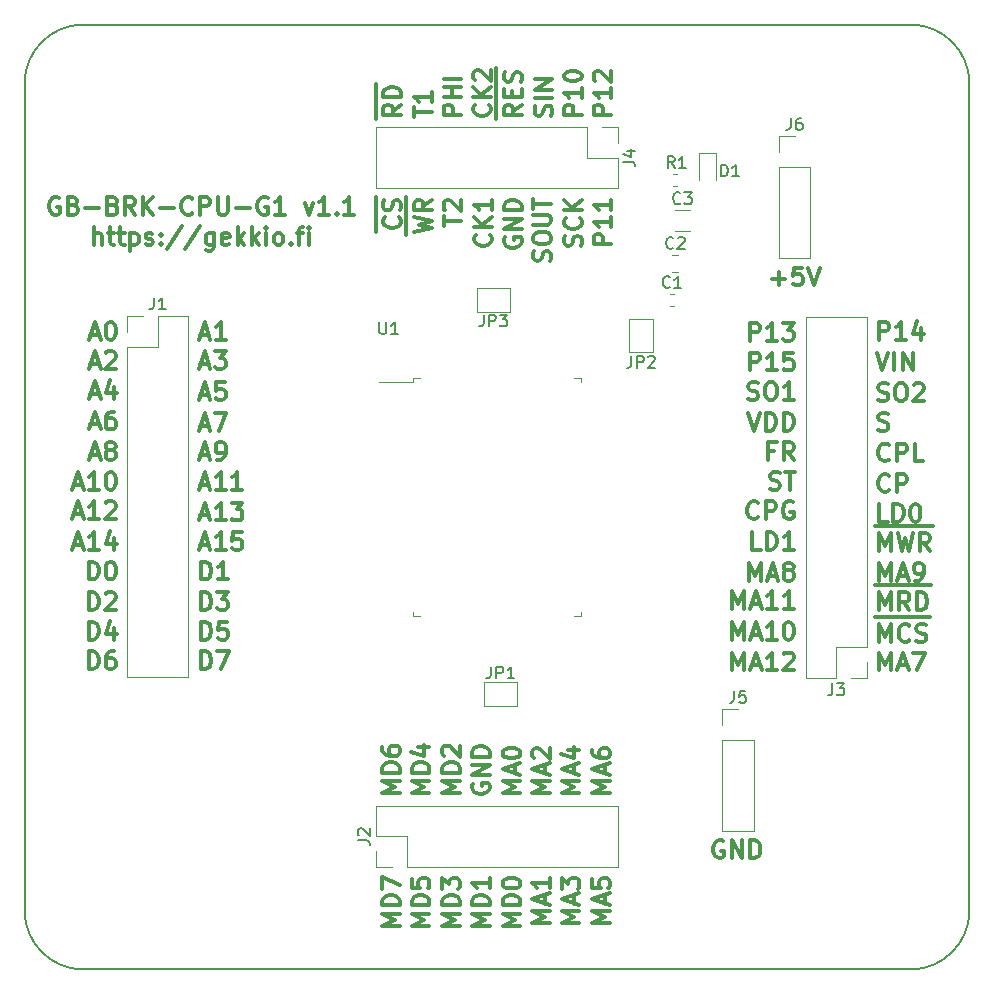
<source format=gbr>
G04 #@! TF.GenerationSoftware,KiCad,Pcbnew,5.1.6-c6e7f7d~86~ubuntu20.04.1*
G04 #@! TF.CreationDate,2020-05-17T15:59:29+03:00*
G04 #@! TF.ProjectId,GB-BRK-CPU-G1,47422d42-524b-42d4-9350-552d47312e6b,v1.1*
G04 #@! TF.SameCoordinates,Original*
G04 #@! TF.FileFunction,Legend,Top*
G04 #@! TF.FilePolarity,Positive*
%FSLAX46Y46*%
G04 Gerber Fmt 4.6, Leading zero omitted, Abs format (unit mm)*
G04 Created by KiCad (PCBNEW 5.1.6-c6e7f7d~86~ubuntu20.04.1) date 2020-05-17 15:59:29*
%MOMM*%
%LPD*%
G01*
G04 APERTURE LIST*
G04 #@! TA.AperFunction,Profile*
%ADD10C,0.150000*%
G04 #@! TD*
%ADD11C,0.300000*%
%ADD12C,0.120000*%
%ADD13C,0.150000*%
G04 APERTURE END LIST*
D10*
X140000000Y-135000000D02*
G75*
G02*
X135000000Y-140000000I-5000000J0D01*
G01*
X65000000Y-140000000D02*
G75*
G02*
X60000000Y-135000000I0J5000000D01*
G01*
X60000000Y-65000000D02*
G75*
G02*
X65000000Y-60000000I5000000J0D01*
G01*
X135000000Y-60000000D02*
G75*
G02*
X140000000Y-65000000I0J-5000000D01*
G01*
D11*
X123271428Y-81507142D02*
X124414285Y-81507142D01*
X123842857Y-82078571D02*
X123842857Y-80935714D01*
X125842857Y-80578571D02*
X125128571Y-80578571D01*
X125057142Y-81292857D01*
X125128571Y-81221428D01*
X125271428Y-81150000D01*
X125628571Y-81150000D01*
X125771428Y-81221428D01*
X125842857Y-81292857D01*
X125914285Y-81435714D01*
X125914285Y-81792857D01*
X125842857Y-81935714D01*
X125771428Y-82007142D01*
X125628571Y-82078571D01*
X125271428Y-82078571D01*
X125128571Y-82007142D01*
X125057142Y-81935714D01*
X126342857Y-80578571D02*
X126842857Y-82078571D01*
X127342857Y-80578571D01*
X121405000Y-86778571D02*
X121405000Y-85278571D01*
X121976428Y-85278571D01*
X122119285Y-85350000D01*
X122190714Y-85421428D01*
X122262142Y-85564285D01*
X122262142Y-85778571D01*
X122190714Y-85921428D01*
X122119285Y-85992857D01*
X121976428Y-86064285D01*
X121405000Y-86064285D01*
X123690714Y-86778571D02*
X122833571Y-86778571D01*
X123262142Y-86778571D02*
X123262142Y-85278571D01*
X123119285Y-85492857D01*
X122976428Y-85635714D01*
X122833571Y-85707142D01*
X124190714Y-85278571D02*
X125119285Y-85278571D01*
X124619285Y-85850000D01*
X124833571Y-85850000D01*
X124976428Y-85921428D01*
X125047857Y-85992857D01*
X125119285Y-86135714D01*
X125119285Y-86492857D01*
X125047857Y-86635714D01*
X124976428Y-86707142D01*
X124833571Y-86778571D01*
X124405000Y-86778571D01*
X124262142Y-86707142D01*
X124190714Y-86635714D01*
X121405000Y-89278571D02*
X121405000Y-87778571D01*
X121976428Y-87778571D01*
X122119285Y-87850000D01*
X122190714Y-87921428D01*
X122262142Y-88064285D01*
X122262142Y-88278571D01*
X122190714Y-88421428D01*
X122119285Y-88492857D01*
X121976428Y-88564285D01*
X121405000Y-88564285D01*
X123690714Y-89278571D02*
X122833571Y-89278571D01*
X123262142Y-89278571D02*
X123262142Y-87778571D01*
X123119285Y-87992857D01*
X122976428Y-88135714D01*
X122833571Y-88207142D01*
X125047857Y-87778571D02*
X124333571Y-87778571D01*
X124262142Y-88492857D01*
X124333571Y-88421428D01*
X124476428Y-88350000D01*
X124833571Y-88350000D01*
X124976428Y-88421428D01*
X125047857Y-88492857D01*
X125119285Y-88635714D01*
X125119285Y-88992857D01*
X125047857Y-89135714D01*
X124976428Y-89207142D01*
X124833571Y-89278571D01*
X124476428Y-89278571D01*
X124333571Y-89207142D01*
X124262142Y-89135714D01*
X132352142Y-86678571D02*
X132352142Y-85178571D01*
X132923571Y-85178571D01*
X133066428Y-85250000D01*
X133137857Y-85321428D01*
X133209285Y-85464285D01*
X133209285Y-85678571D01*
X133137857Y-85821428D01*
X133066428Y-85892857D01*
X132923571Y-85964285D01*
X132352142Y-85964285D01*
X134637857Y-86678571D02*
X133780714Y-86678571D01*
X134209285Y-86678571D02*
X134209285Y-85178571D01*
X134066428Y-85392857D01*
X133923571Y-85535714D01*
X133780714Y-85607142D01*
X135923571Y-85678571D02*
X135923571Y-86678571D01*
X135566428Y-85107142D02*
X135209285Y-86178571D01*
X136137857Y-86178571D01*
X132137857Y-87778571D02*
X132637857Y-89278571D01*
X133137857Y-87778571D01*
X133637857Y-89278571D02*
X133637857Y-87778571D01*
X134352142Y-89278571D02*
X134352142Y-87778571D01*
X135209285Y-89278571D01*
X135209285Y-87778571D01*
X74952142Y-114578571D02*
X74952142Y-113078571D01*
X75309285Y-113078571D01*
X75523571Y-113150000D01*
X75666428Y-113292857D01*
X75737857Y-113435714D01*
X75809285Y-113721428D01*
X75809285Y-113935714D01*
X75737857Y-114221428D01*
X75666428Y-114364285D01*
X75523571Y-114507142D01*
X75309285Y-114578571D01*
X74952142Y-114578571D01*
X76309285Y-113078571D02*
X77309285Y-113078571D01*
X76666428Y-114578571D01*
X74952142Y-112078571D02*
X74952142Y-110578571D01*
X75309285Y-110578571D01*
X75523571Y-110650000D01*
X75666428Y-110792857D01*
X75737857Y-110935714D01*
X75809285Y-111221428D01*
X75809285Y-111435714D01*
X75737857Y-111721428D01*
X75666428Y-111864285D01*
X75523571Y-112007142D01*
X75309285Y-112078571D01*
X74952142Y-112078571D01*
X77166428Y-110578571D02*
X76452142Y-110578571D01*
X76380714Y-111292857D01*
X76452142Y-111221428D01*
X76595000Y-111150000D01*
X76952142Y-111150000D01*
X77095000Y-111221428D01*
X77166428Y-111292857D01*
X77237857Y-111435714D01*
X77237857Y-111792857D01*
X77166428Y-111935714D01*
X77095000Y-112007142D01*
X76952142Y-112078571D01*
X76595000Y-112078571D01*
X76452142Y-112007142D01*
X76380714Y-111935714D01*
X65433571Y-114578571D02*
X65433571Y-113078571D01*
X65790714Y-113078571D01*
X66005000Y-113150000D01*
X66147857Y-113292857D01*
X66219285Y-113435714D01*
X66290714Y-113721428D01*
X66290714Y-113935714D01*
X66219285Y-114221428D01*
X66147857Y-114364285D01*
X66005000Y-114507142D01*
X65790714Y-114578571D01*
X65433571Y-114578571D01*
X67576428Y-113078571D02*
X67290714Y-113078571D01*
X67147857Y-113150000D01*
X67076428Y-113221428D01*
X66933571Y-113435714D01*
X66862142Y-113721428D01*
X66862142Y-114292857D01*
X66933571Y-114435714D01*
X67005000Y-114507142D01*
X67147857Y-114578571D01*
X67433571Y-114578571D01*
X67576428Y-114507142D01*
X67647857Y-114435714D01*
X67719285Y-114292857D01*
X67719285Y-113935714D01*
X67647857Y-113792857D01*
X67576428Y-113721428D01*
X67433571Y-113650000D01*
X67147857Y-113650000D01*
X67005000Y-113721428D01*
X66933571Y-113792857D01*
X66862142Y-113935714D01*
X65433571Y-112078571D02*
X65433571Y-110578571D01*
X65790714Y-110578571D01*
X66005000Y-110650000D01*
X66147857Y-110792857D01*
X66219285Y-110935714D01*
X66290714Y-111221428D01*
X66290714Y-111435714D01*
X66219285Y-111721428D01*
X66147857Y-111864285D01*
X66005000Y-112007142D01*
X65790714Y-112078571D01*
X65433571Y-112078571D01*
X67576428Y-111078571D02*
X67576428Y-112078571D01*
X67219285Y-110507142D02*
X66862142Y-111578571D01*
X67790714Y-111578571D01*
X62928571Y-74675000D02*
X62785714Y-74603571D01*
X62571428Y-74603571D01*
X62357142Y-74675000D01*
X62214285Y-74817857D01*
X62142857Y-74960714D01*
X62071428Y-75246428D01*
X62071428Y-75460714D01*
X62142857Y-75746428D01*
X62214285Y-75889285D01*
X62357142Y-76032142D01*
X62571428Y-76103571D01*
X62714285Y-76103571D01*
X62928571Y-76032142D01*
X63000000Y-75960714D01*
X63000000Y-75460714D01*
X62714285Y-75460714D01*
X64142857Y-75317857D02*
X64357142Y-75389285D01*
X64428571Y-75460714D01*
X64500000Y-75603571D01*
X64500000Y-75817857D01*
X64428571Y-75960714D01*
X64357142Y-76032142D01*
X64214285Y-76103571D01*
X63642857Y-76103571D01*
X63642857Y-74603571D01*
X64142857Y-74603571D01*
X64285714Y-74675000D01*
X64357142Y-74746428D01*
X64428571Y-74889285D01*
X64428571Y-75032142D01*
X64357142Y-75175000D01*
X64285714Y-75246428D01*
X64142857Y-75317857D01*
X63642857Y-75317857D01*
X65142857Y-75532142D02*
X66285714Y-75532142D01*
X67500000Y-75317857D02*
X67714285Y-75389285D01*
X67785714Y-75460714D01*
X67857142Y-75603571D01*
X67857142Y-75817857D01*
X67785714Y-75960714D01*
X67714285Y-76032142D01*
X67571428Y-76103571D01*
X67000000Y-76103571D01*
X67000000Y-74603571D01*
X67500000Y-74603571D01*
X67642857Y-74675000D01*
X67714285Y-74746428D01*
X67785714Y-74889285D01*
X67785714Y-75032142D01*
X67714285Y-75175000D01*
X67642857Y-75246428D01*
X67500000Y-75317857D01*
X67000000Y-75317857D01*
X69357142Y-76103571D02*
X68857142Y-75389285D01*
X68500000Y-76103571D02*
X68500000Y-74603571D01*
X69071428Y-74603571D01*
X69214285Y-74675000D01*
X69285714Y-74746428D01*
X69357142Y-74889285D01*
X69357142Y-75103571D01*
X69285714Y-75246428D01*
X69214285Y-75317857D01*
X69071428Y-75389285D01*
X68500000Y-75389285D01*
X70000000Y-76103571D02*
X70000000Y-74603571D01*
X70857142Y-76103571D02*
X70214285Y-75246428D01*
X70857142Y-74603571D02*
X70000000Y-75460714D01*
X71500000Y-75532142D02*
X72642857Y-75532142D01*
X74214285Y-75960714D02*
X74142857Y-76032142D01*
X73928571Y-76103571D01*
X73785714Y-76103571D01*
X73571428Y-76032142D01*
X73428571Y-75889285D01*
X73357142Y-75746428D01*
X73285714Y-75460714D01*
X73285714Y-75246428D01*
X73357142Y-74960714D01*
X73428571Y-74817857D01*
X73571428Y-74675000D01*
X73785714Y-74603571D01*
X73928571Y-74603571D01*
X74142857Y-74675000D01*
X74214285Y-74746428D01*
X74857142Y-76103571D02*
X74857142Y-74603571D01*
X75428571Y-74603571D01*
X75571428Y-74675000D01*
X75642857Y-74746428D01*
X75714285Y-74889285D01*
X75714285Y-75103571D01*
X75642857Y-75246428D01*
X75571428Y-75317857D01*
X75428571Y-75389285D01*
X74857142Y-75389285D01*
X76357142Y-74603571D02*
X76357142Y-75817857D01*
X76428571Y-75960714D01*
X76500000Y-76032142D01*
X76642857Y-76103571D01*
X76928571Y-76103571D01*
X77071428Y-76032142D01*
X77142857Y-75960714D01*
X77214285Y-75817857D01*
X77214285Y-74603571D01*
X77928571Y-75532142D02*
X79071428Y-75532142D01*
X80571428Y-74675000D02*
X80428571Y-74603571D01*
X80214285Y-74603571D01*
X80000000Y-74675000D01*
X79857142Y-74817857D01*
X79785714Y-74960714D01*
X79714285Y-75246428D01*
X79714285Y-75460714D01*
X79785714Y-75746428D01*
X79857142Y-75889285D01*
X80000000Y-76032142D01*
X80214285Y-76103571D01*
X80357142Y-76103571D01*
X80571428Y-76032142D01*
X80642857Y-75960714D01*
X80642857Y-75460714D01*
X80357142Y-75460714D01*
X82071428Y-76103571D02*
X81214285Y-76103571D01*
X81642857Y-76103571D02*
X81642857Y-74603571D01*
X81500000Y-74817857D01*
X81357142Y-74960714D01*
X81214285Y-75032142D01*
X83714285Y-75103571D02*
X84071428Y-76103571D01*
X84428571Y-75103571D01*
X85785714Y-76103571D02*
X84928571Y-76103571D01*
X85357142Y-76103571D02*
X85357142Y-74603571D01*
X85214285Y-74817857D01*
X85071428Y-74960714D01*
X84928571Y-75032142D01*
X86428571Y-75960714D02*
X86500000Y-76032142D01*
X86428571Y-76103571D01*
X86357142Y-76032142D01*
X86428571Y-75960714D01*
X86428571Y-76103571D01*
X87928571Y-76103571D02*
X87071428Y-76103571D01*
X87500000Y-76103571D02*
X87500000Y-74603571D01*
X87357142Y-74817857D01*
X87214285Y-74960714D01*
X87071428Y-75032142D01*
X65892857Y-78653571D02*
X65892857Y-77153571D01*
X66535714Y-78653571D02*
X66535714Y-77867857D01*
X66464285Y-77725000D01*
X66321428Y-77653571D01*
X66107142Y-77653571D01*
X65964285Y-77725000D01*
X65892857Y-77796428D01*
X67035714Y-77653571D02*
X67607142Y-77653571D01*
X67250000Y-77153571D02*
X67250000Y-78439285D01*
X67321428Y-78582142D01*
X67464285Y-78653571D01*
X67607142Y-78653571D01*
X67892857Y-77653571D02*
X68464285Y-77653571D01*
X68107142Y-77153571D02*
X68107142Y-78439285D01*
X68178571Y-78582142D01*
X68321428Y-78653571D01*
X68464285Y-78653571D01*
X68964285Y-77653571D02*
X68964285Y-79153571D01*
X68964285Y-77725000D02*
X69107142Y-77653571D01*
X69392857Y-77653571D01*
X69535714Y-77725000D01*
X69607142Y-77796428D01*
X69678571Y-77939285D01*
X69678571Y-78367857D01*
X69607142Y-78510714D01*
X69535714Y-78582142D01*
X69392857Y-78653571D01*
X69107142Y-78653571D01*
X68964285Y-78582142D01*
X70250000Y-78582142D02*
X70392857Y-78653571D01*
X70678571Y-78653571D01*
X70821428Y-78582142D01*
X70892857Y-78439285D01*
X70892857Y-78367857D01*
X70821428Y-78225000D01*
X70678571Y-78153571D01*
X70464285Y-78153571D01*
X70321428Y-78082142D01*
X70250000Y-77939285D01*
X70250000Y-77867857D01*
X70321428Y-77725000D01*
X70464285Y-77653571D01*
X70678571Y-77653571D01*
X70821428Y-77725000D01*
X71535714Y-78510714D02*
X71607142Y-78582142D01*
X71535714Y-78653571D01*
X71464285Y-78582142D01*
X71535714Y-78510714D01*
X71535714Y-78653571D01*
X71535714Y-77725000D02*
X71607142Y-77796428D01*
X71535714Y-77867857D01*
X71464285Y-77796428D01*
X71535714Y-77725000D01*
X71535714Y-77867857D01*
X73321428Y-77082142D02*
X72035714Y-79010714D01*
X74892857Y-77082142D02*
X73607142Y-79010714D01*
X76035714Y-77653571D02*
X76035714Y-78867857D01*
X75964285Y-79010714D01*
X75892857Y-79082142D01*
X75750000Y-79153571D01*
X75535714Y-79153571D01*
X75392857Y-79082142D01*
X76035714Y-78582142D02*
X75892857Y-78653571D01*
X75607142Y-78653571D01*
X75464285Y-78582142D01*
X75392857Y-78510714D01*
X75321428Y-78367857D01*
X75321428Y-77939285D01*
X75392857Y-77796428D01*
X75464285Y-77725000D01*
X75607142Y-77653571D01*
X75892857Y-77653571D01*
X76035714Y-77725000D01*
X77321428Y-78582142D02*
X77178571Y-78653571D01*
X76892857Y-78653571D01*
X76750000Y-78582142D01*
X76678571Y-78439285D01*
X76678571Y-77867857D01*
X76750000Y-77725000D01*
X76892857Y-77653571D01*
X77178571Y-77653571D01*
X77321428Y-77725000D01*
X77392857Y-77867857D01*
X77392857Y-78010714D01*
X76678571Y-78153571D01*
X78035714Y-78653571D02*
X78035714Y-77153571D01*
X78178571Y-78082142D02*
X78607142Y-78653571D01*
X78607142Y-77653571D02*
X78035714Y-78225000D01*
X79250000Y-78653571D02*
X79250000Y-77153571D01*
X79392857Y-78082142D02*
X79821428Y-78653571D01*
X79821428Y-77653571D02*
X79250000Y-78225000D01*
X80464285Y-78653571D02*
X80464285Y-77653571D01*
X80464285Y-77153571D02*
X80392857Y-77225000D01*
X80464285Y-77296428D01*
X80535714Y-77225000D01*
X80464285Y-77153571D01*
X80464285Y-77296428D01*
X81392857Y-78653571D02*
X81250000Y-78582142D01*
X81178571Y-78510714D01*
X81107142Y-78367857D01*
X81107142Y-77939285D01*
X81178571Y-77796428D01*
X81250000Y-77725000D01*
X81392857Y-77653571D01*
X81607142Y-77653571D01*
X81750000Y-77725000D01*
X81821428Y-77796428D01*
X81892857Y-77939285D01*
X81892857Y-78367857D01*
X81821428Y-78510714D01*
X81750000Y-78582142D01*
X81607142Y-78653571D01*
X81392857Y-78653571D01*
X82535714Y-78510714D02*
X82607142Y-78582142D01*
X82535714Y-78653571D01*
X82464285Y-78582142D01*
X82535714Y-78510714D01*
X82535714Y-78653571D01*
X83035714Y-77653571D02*
X83607142Y-77653571D01*
X83250000Y-78653571D02*
X83250000Y-77367857D01*
X83321428Y-77225000D01*
X83464285Y-77153571D01*
X83607142Y-77153571D01*
X84107142Y-78653571D02*
X84107142Y-77653571D01*
X84107142Y-77153571D02*
X84035714Y-77225000D01*
X84107142Y-77296428D01*
X84178571Y-77225000D01*
X84107142Y-77153571D01*
X84107142Y-77296428D01*
X119157142Y-129150000D02*
X119014285Y-129078571D01*
X118800000Y-129078571D01*
X118585714Y-129150000D01*
X118442857Y-129292857D01*
X118371428Y-129435714D01*
X118300000Y-129721428D01*
X118300000Y-129935714D01*
X118371428Y-130221428D01*
X118442857Y-130364285D01*
X118585714Y-130507142D01*
X118800000Y-130578571D01*
X118942857Y-130578571D01*
X119157142Y-130507142D01*
X119228571Y-130435714D01*
X119228571Y-129935714D01*
X118942857Y-129935714D01*
X119871428Y-130578571D02*
X119871428Y-129078571D01*
X120728571Y-130578571D01*
X120728571Y-129078571D01*
X121442857Y-130578571D02*
X121442857Y-129078571D01*
X121800000Y-129078571D01*
X122014285Y-129150000D01*
X122157142Y-129292857D01*
X122228571Y-129435714D01*
X122300000Y-129721428D01*
X122300000Y-129935714D01*
X122228571Y-130221428D01*
X122157142Y-130364285D01*
X122014285Y-130507142D01*
X121800000Y-130578571D01*
X121442857Y-130578571D01*
X89730000Y-77523571D02*
X89730000Y-76023571D01*
X91735714Y-76309285D02*
X91807142Y-76380714D01*
X91878571Y-76595000D01*
X91878571Y-76737857D01*
X91807142Y-76952142D01*
X91664285Y-77095000D01*
X91521428Y-77166428D01*
X91235714Y-77237857D01*
X91021428Y-77237857D01*
X90735714Y-77166428D01*
X90592857Y-77095000D01*
X90450000Y-76952142D01*
X90378571Y-76737857D01*
X90378571Y-76595000D01*
X90450000Y-76380714D01*
X90521428Y-76309285D01*
X89730000Y-76023571D02*
X89730000Y-74595000D01*
X91807142Y-75737857D02*
X91878571Y-75523571D01*
X91878571Y-75166428D01*
X91807142Y-75023571D01*
X91735714Y-74952142D01*
X91592857Y-74880714D01*
X91450000Y-74880714D01*
X91307142Y-74952142D01*
X91235714Y-75023571D01*
X91164285Y-75166428D01*
X91092857Y-75452142D01*
X91021428Y-75595000D01*
X90950000Y-75666428D01*
X90807142Y-75737857D01*
X90664285Y-75737857D01*
X90521428Y-75666428D01*
X90450000Y-75595000D01*
X90378571Y-75452142D01*
X90378571Y-75095000D01*
X90450000Y-74880714D01*
X92330000Y-77809285D02*
X92330000Y-76095000D01*
X92978571Y-77595000D02*
X94478571Y-77237857D01*
X93407142Y-76952142D01*
X94478571Y-76666428D01*
X92978571Y-76309285D01*
X92330000Y-76095000D02*
X92330000Y-74595000D01*
X94478571Y-74880714D02*
X93764285Y-75380714D01*
X94478571Y-75737857D02*
X92978571Y-75737857D01*
X92978571Y-75166428D01*
X93050000Y-75023571D01*
X93121428Y-74952142D01*
X93264285Y-74880714D01*
X93478571Y-74880714D01*
X93621428Y-74952142D01*
X93692857Y-75023571D01*
X93764285Y-75166428D01*
X93764285Y-75737857D01*
X95478571Y-77023571D02*
X95478571Y-76166428D01*
X96978571Y-76595000D02*
X95478571Y-76595000D01*
X95621428Y-75737857D02*
X95550000Y-75666428D01*
X95478571Y-75523571D01*
X95478571Y-75166428D01*
X95550000Y-75023571D01*
X95621428Y-74952142D01*
X95764285Y-74880714D01*
X95907142Y-74880714D01*
X96121428Y-74952142D01*
X96978571Y-75809285D01*
X96978571Y-74880714D01*
X99435714Y-77809285D02*
X99507142Y-77880714D01*
X99578571Y-78095000D01*
X99578571Y-78237857D01*
X99507142Y-78452142D01*
X99364285Y-78595000D01*
X99221428Y-78666428D01*
X98935714Y-78737857D01*
X98721428Y-78737857D01*
X98435714Y-78666428D01*
X98292857Y-78595000D01*
X98150000Y-78452142D01*
X98078571Y-78237857D01*
X98078571Y-78095000D01*
X98150000Y-77880714D01*
X98221428Y-77809285D01*
X99578571Y-77166428D02*
X98078571Y-77166428D01*
X99578571Y-76309285D02*
X98721428Y-76952142D01*
X98078571Y-76309285D02*
X98935714Y-77166428D01*
X99578571Y-74880714D02*
X99578571Y-75737857D01*
X99578571Y-75309285D02*
X98078571Y-75309285D01*
X98292857Y-75452142D01*
X98435714Y-75595000D01*
X98507142Y-75737857D01*
X100650000Y-78023571D02*
X100578571Y-78166428D01*
X100578571Y-78380714D01*
X100650000Y-78595000D01*
X100792857Y-78737857D01*
X100935714Y-78809285D01*
X101221428Y-78880714D01*
X101435714Y-78880714D01*
X101721428Y-78809285D01*
X101864285Y-78737857D01*
X102007142Y-78595000D01*
X102078571Y-78380714D01*
X102078571Y-78237857D01*
X102007142Y-78023571D01*
X101935714Y-77952142D01*
X101435714Y-77952142D01*
X101435714Y-78237857D01*
X102078571Y-77309285D02*
X100578571Y-77309285D01*
X102078571Y-76452142D01*
X100578571Y-76452142D01*
X102078571Y-75737857D02*
X100578571Y-75737857D01*
X100578571Y-75380714D01*
X100650000Y-75166428D01*
X100792857Y-75023571D01*
X100935714Y-74952142D01*
X101221428Y-74880714D01*
X101435714Y-74880714D01*
X101721428Y-74952142D01*
X101864285Y-75023571D01*
X102007142Y-75166428D01*
X102078571Y-75380714D01*
X102078571Y-75737857D01*
X104507142Y-80023571D02*
X104578571Y-79809285D01*
X104578571Y-79452142D01*
X104507142Y-79309285D01*
X104435714Y-79237857D01*
X104292857Y-79166428D01*
X104150000Y-79166428D01*
X104007142Y-79237857D01*
X103935714Y-79309285D01*
X103864285Y-79452142D01*
X103792857Y-79737857D01*
X103721428Y-79880714D01*
X103650000Y-79952142D01*
X103507142Y-80023571D01*
X103364285Y-80023571D01*
X103221428Y-79952142D01*
X103150000Y-79880714D01*
X103078571Y-79737857D01*
X103078571Y-79380714D01*
X103150000Y-79166428D01*
X103078571Y-78237857D02*
X103078571Y-77952142D01*
X103150000Y-77809285D01*
X103292857Y-77666428D01*
X103578571Y-77595000D01*
X104078571Y-77595000D01*
X104364285Y-77666428D01*
X104507142Y-77809285D01*
X104578571Y-77952142D01*
X104578571Y-78237857D01*
X104507142Y-78380714D01*
X104364285Y-78523571D01*
X104078571Y-78595000D01*
X103578571Y-78595000D01*
X103292857Y-78523571D01*
X103150000Y-78380714D01*
X103078571Y-78237857D01*
X103078571Y-76952142D02*
X104292857Y-76952142D01*
X104435714Y-76880714D01*
X104507142Y-76809285D01*
X104578571Y-76666428D01*
X104578571Y-76380714D01*
X104507142Y-76237857D01*
X104435714Y-76166428D01*
X104292857Y-76095000D01*
X103078571Y-76095000D01*
X103078571Y-75595000D02*
X103078571Y-74737857D01*
X104578571Y-75166428D02*
X103078571Y-75166428D01*
X107107142Y-78737857D02*
X107178571Y-78523571D01*
X107178571Y-78166428D01*
X107107142Y-78023571D01*
X107035714Y-77952142D01*
X106892857Y-77880714D01*
X106750000Y-77880714D01*
X106607142Y-77952142D01*
X106535714Y-78023571D01*
X106464285Y-78166428D01*
X106392857Y-78452142D01*
X106321428Y-78595000D01*
X106250000Y-78666428D01*
X106107142Y-78737857D01*
X105964285Y-78737857D01*
X105821428Y-78666428D01*
X105750000Y-78595000D01*
X105678571Y-78452142D01*
X105678571Y-78095000D01*
X105750000Y-77880714D01*
X107035714Y-76380714D02*
X107107142Y-76452142D01*
X107178571Y-76666428D01*
X107178571Y-76809285D01*
X107107142Y-77023571D01*
X106964285Y-77166428D01*
X106821428Y-77237857D01*
X106535714Y-77309285D01*
X106321428Y-77309285D01*
X106035714Y-77237857D01*
X105892857Y-77166428D01*
X105750000Y-77023571D01*
X105678571Y-76809285D01*
X105678571Y-76666428D01*
X105750000Y-76452142D01*
X105821428Y-76380714D01*
X107178571Y-75737857D02*
X105678571Y-75737857D01*
X107178571Y-74880714D02*
X106321428Y-75523571D01*
X105678571Y-74880714D02*
X106535714Y-75737857D01*
X109678571Y-78595000D02*
X108178571Y-78595000D01*
X108178571Y-78023571D01*
X108250000Y-77880714D01*
X108321428Y-77809285D01*
X108464285Y-77737857D01*
X108678571Y-77737857D01*
X108821428Y-77809285D01*
X108892857Y-77880714D01*
X108964285Y-78023571D01*
X108964285Y-78595000D01*
X109678571Y-76309285D02*
X109678571Y-77166428D01*
X109678571Y-76737857D02*
X108178571Y-76737857D01*
X108392857Y-76880714D01*
X108535714Y-77023571D01*
X108607142Y-77166428D01*
X109678571Y-74880714D02*
X109678571Y-75737857D01*
X109678571Y-75309285D02*
X108178571Y-75309285D01*
X108392857Y-75452142D01*
X108535714Y-75595000D01*
X108607142Y-75737857D01*
X89730000Y-68005000D02*
X89730000Y-66505000D01*
X91878571Y-66790714D02*
X91164285Y-67290714D01*
X91878571Y-67647857D02*
X90378571Y-67647857D01*
X90378571Y-67076428D01*
X90450000Y-66933571D01*
X90521428Y-66862142D01*
X90664285Y-66790714D01*
X90878571Y-66790714D01*
X91021428Y-66862142D01*
X91092857Y-66933571D01*
X91164285Y-67076428D01*
X91164285Y-67647857D01*
X89730000Y-66505000D02*
X89730000Y-65005000D01*
X91878571Y-66147857D02*
X90378571Y-66147857D01*
X90378571Y-65790714D01*
X90450000Y-65576428D01*
X90592857Y-65433571D01*
X90735714Y-65362142D01*
X91021428Y-65290714D01*
X91235714Y-65290714D01*
X91521428Y-65362142D01*
X91664285Y-65433571D01*
X91807142Y-65576428D01*
X91878571Y-65790714D01*
X91878571Y-66147857D01*
X92978571Y-67862142D02*
X92978571Y-67005000D01*
X94478571Y-67433571D02*
X92978571Y-67433571D01*
X94478571Y-65719285D02*
X94478571Y-66576428D01*
X94478571Y-66147857D02*
X92978571Y-66147857D01*
X93192857Y-66290714D01*
X93335714Y-66433571D01*
X93407142Y-66576428D01*
X96978571Y-67647857D02*
X95478571Y-67647857D01*
X95478571Y-67076428D01*
X95550000Y-66933571D01*
X95621428Y-66862142D01*
X95764285Y-66790714D01*
X95978571Y-66790714D01*
X96121428Y-66862142D01*
X96192857Y-66933571D01*
X96264285Y-67076428D01*
X96264285Y-67647857D01*
X96978571Y-66147857D02*
X95478571Y-66147857D01*
X96192857Y-66147857D02*
X96192857Y-65290714D01*
X96978571Y-65290714D02*
X95478571Y-65290714D01*
X96978571Y-64576428D02*
X95478571Y-64576428D01*
X99335714Y-66790714D02*
X99407142Y-66862142D01*
X99478571Y-67076428D01*
X99478571Y-67219285D01*
X99407142Y-67433571D01*
X99264285Y-67576428D01*
X99121428Y-67647857D01*
X98835714Y-67719285D01*
X98621428Y-67719285D01*
X98335714Y-67647857D01*
X98192857Y-67576428D01*
X98050000Y-67433571D01*
X97978571Y-67219285D01*
X97978571Y-67076428D01*
X98050000Y-66862142D01*
X98121428Y-66790714D01*
X99478571Y-66147857D02*
X97978571Y-66147857D01*
X99478571Y-65290714D02*
X98621428Y-65933571D01*
X97978571Y-65290714D02*
X98835714Y-66147857D01*
X98121428Y-64719285D02*
X98050000Y-64647857D01*
X97978571Y-64505000D01*
X97978571Y-64147857D01*
X98050000Y-64005000D01*
X98121428Y-63933571D01*
X98264285Y-63862142D01*
X98407142Y-63862142D01*
X98621428Y-63933571D01*
X99478571Y-64790714D01*
X99478571Y-63862142D01*
X99930000Y-68005000D02*
X99930000Y-66505000D01*
X102078571Y-66790714D02*
X101364285Y-67290714D01*
X102078571Y-67647857D02*
X100578571Y-67647857D01*
X100578571Y-67076428D01*
X100650000Y-66933571D01*
X100721428Y-66862142D01*
X100864285Y-66790714D01*
X101078571Y-66790714D01*
X101221428Y-66862142D01*
X101292857Y-66933571D01*
X101364285Y-67076428D01*
X101364285Y-67647857D01*
X99930000Y-66505000D02*
X99930000Y-65147857D01*
X101292857Y-66147857D02*
X101292857Y-65647857D01*
X102078571Y-65433571D02*
X102078571Y-66147857D01*
X100578571Y-66147857D01*
X100578571Y-65433571D01*
X99930000Y-65147857D02*
X99930000Y-63719285D01*
X102007142Y-64862142D02*
X102078571Y-64647857D01*
X102078571Y-64290714D01*
X102007142Y-64147857D01*
X101935714Y-64076428D01*
X101792857Y-64005000D01*
X101650000Y-64005000D01*
X101507142Y-64076428D01*
X101435714Y-64147857D01*
X101364285Y-64290714D01*
X101292857Y-64576428D01*
X101221428Y-64719285D01*
X101150000Y-64790714D01*
X101007142Y-64862142D01*
X100864285Y-64862142D01*
X100721428Y-64790714D01*
X100650000Y-64719285D01*
X100578571Y-64576428D01*
X100578571Y-64219285D01*
X100650000Y-64005000D01*
X104607142Y-67719285D02*
X104678571Y-67505000D01*
X104678571Y-67147857D01*
X104607142Y-67005000D01*
X104535714Y-66933571D01*
X104392857Y-66862142D01*
X104250000Y-66862142D01*
X104107142Y-66933571D01*
X104035714Y-67005000D01*
X103964285Y-67147857D01*
X103892857Y-67433571D01*
X103821428Y-67576428D01*
X103750000Y-67647857D01*
X103607142Y-67719285D01*
X103464285Y-67719285D01*
X103321428Y-67647857D01*
X103250000Y-67576428D01*
X103178571Y-67433571D01*
X103178571Y-67076428D01*
X103250000Y-66862142D01*
X104678571Y-66219285D02*
X103178571Y-66219285D01*
X104678571Y-65505000D02*
X103178571Y-65505000D01*
X104678571Y-64647857D01*
X103178571Y-64647857D01*
X107178571Y-67647857D02*
X105678571Y-67647857D01*
X105678571Y-67076428D01*
X105750000Y-66933571D01*
X105821428Y-66862142D01*
X105964285Y-66790714D01*
X106178571Y-66790714D01*
X106321428Y-66862142D01*
X106392857Y-66933571D01*
X106464285Y-67076428D01*
X106464285Y-67647857D01*
X107178571Y-65362142D02*
X107178571Y-66219285D01*
X107178571Y-65790714D02*
X105678571Y-65790714D01*
X105892857Y-65933571D01*
X106035714Y-66076428D01*
X106107142Y-66219285D01*
X105678571Y-64433571D02*
X105678571Y-64290714D01*
X105750000Y-64147857D01*
X105821428Y-64076428D01*
X105964285Y-64005000D01*
X106250000Y-63933571D01*
X106607142Y-63933571D01*
X106892857Y-64005000D01*
X107035714Y-64076428D01*
X107107142Y-64147857D01*
X107178571Y-64290714D01*
X107178571Y-64433571D01*
X107107142Y-64576428D01*
X107035714Y-64647857D01*
X106892857Y-64719285D01*
X106607142Y-64790714D01*
X106250000Y-64790714D01*
X105964285Y-64719285D01*
X105821428Y-64647857D01*
X105750000Y-64576428D01*
X105678571Y-64433571D01*
X109678571Y-67647857D02*
X108178571Y-67647857D01*
X108178571Y-67076428D01*
X108250000Y-66933571D01*
X108321428Y-66862142D01*
X108464285Y-66790714D01*
X108678571Y-66790714D01*
X108821428Y-66862142D01*
X108892857Y-66933571D01*
X108964285Y-67076428D01*
X108964285Y-67647857D01*
X109678571Y-65362142D02*
X109678571Y-66219285D01*
X109678571Y-65790714D02*
X108178571Y-65790714D01*
X108392857Y-65933571D01*
X108535714Y-66076428D01*
X108607142Y-66219285D01*
X108321428Y-64790714D02*
X108250000Y-64719285D01*
X108178571Y-64576428D01*
X108178571Y-64219285D01*
X108250000Y-64076428D01*
X108321428Y-64005000D01*
X108464285Y-63933571D01*
X108607142Y-63933571D01*
X108821428Y-64005000D01*
X109678571Y-64862142D01*
X109678571Y-63933571D01*
X121262142Y-91707142D02*
X121476428Y-91778571D01*
X121833571Y-91778571D01*
X121976428Y-91707142D01*
X122047857Y-91635714D01*
X122119285Y-91492857D01*
X122119285Y-91350000D01*
X122047857Y-91207142D01*
X121976428Y-91135714D01*
X121833571Y-91064285D01*
X121547857Y-90992857D01*
X121405000Y-90921428D01*
X121333571Y-90850000D01*
X121262142Y-90707142D01*
X121262142Y-90564285D01*
X121333571Y-90421428D01*
X121405000Y-90350000D01*
X121547857Y-90278571D01*
X121905000Y-90278571D01*
X122119285Y-90350000D01*
X123047857Y-90278571D02*
X123333571Y-90278571D01*
X123476428Y-90350000D01*
X123619285Y-90492857D01*
X123690714Y-90778571D01*
X123690714Y-91278571D01*
X123619285Y-91564285D01*
X123476428Y-91707142D01*
X123333571Y-91778571D01*
X123047857Y-91778571D01*
X122905000Y-91707142D01*
X122762142Y-91564285D01*
X122690714Y-91278571D01*
X122690714Y-90778571D01*
X122762142Y-90492857D01*
X122905000Y-90350000D01*
X123047857Y-90278571D01*
X125119285Y-91778571D02*
X124262142Y-91778571D01*
X124690714Y-91778571D02*
X124690714Y-90278571D01*
X124547857Y-90492857D01*
X124405000Y-90635714D01*
X124262142Y-90707142D01*
X121262142Y-92878571D02*
X121762142Y-94378571D01*
X122262142Y-92878571D01*
X122762142Y-94378571D02*
X122762142Y-92878571D01*
X123119285Y-92878571D01*
X123333571Y-92950000D01*
X123476428Y-93092857D01*
X123547857Y-93235714D01*
X123619285Y-93521428D01*
X123619285Y-93735714D01*
X123547857Y-94021428D01*
X123476428Y-94164285D01*
X123333571Y-94307142D01*
X123119285Y-94378571D01*
X122762142Y-94378571D01*
X124262142Y-94378571D02*
X124262142Y-92878571D01*
X124619285Y-92878571D01*
X124833571Y-92950000D01*
X124976428Y-93092857D01*
X125047857Y-93235714D01*
X125119285Y-93521428D01*
X125119285Y-93735714D01*
X125047857Y-94021428D01*
X124976428Y-94164285D01*
X124833571Y-94307142D01*
X124619285Y-94378571D01*
X124262142Y-94378571D01*
X123476428Y-96092857D02*
X122976428Y-96092857D01*
X122976428Y-96878571D02*
X122976428Y-95378571D01*
X123690714Y-95378571D01*
X125119285Y-96878571D02*
X124619285Y-96164285D01*
X124262142Y-96878571D02*
X124262142Y-95378571D01*
X124833571Y-95378571D01*
X124976428Y-95450000D01*
X125047857Y-95521428D01*
X125119285Y-95664285D01*
X125119285Y-95878571D01*
X125047857Y-96021428D01*
X124976428Y-96092857D01*
X124833571Y-96164285D01*
X124262142Y-96164285D01*
X123119285Y-99307142D02*
X123333571Y-99378571D01*
X123690714Y-99378571D01*
X123833571Y-99307142D01*
X123905000Y-99235714D01*
X123976428Y-99092857D01*
X123976428Y-98950000D01*
X123905000Y-98807142D01*
X123833571Y-98735714D01*
X123690714Y-98664285D01*
X123405000Y-98592857D01*
X123262142Y-98521428D01*
X123190714Y-98450000D01*
X123119285Y-98307142D01*
X123119285Y-98164285D01*
X123190714Y-98021428D01*
X123262142Y-97950000D01*
X123405000Y-97878571D01*
X123762142Y-97878571D01*
X123976428Y-97950000D01*
X124405000Y-97878571D02*
X125262142Y-97878571D01*
X124833571Y-99378571D02*
X124833571Y-97878571D01*
X122119285Y-101735714D02*
X122047857Y-101807142D01*
X121833571Y-101878571D01*
X121690714Y-101878571D01*
X121476428Y-101807142D01*
X121333571Y-101664285D01*
X121262142Y-101521428D01*
X121190714Y-101235714D01*
X121190714Y-101021428D01*
X121262142Y-100735714D01*
X121333571Y-100592857D01*
X121476428Y-100450000D01*
X121690714Y-100378571D01*
X121833571Y-100378571D01*
X122047857Y-100450000D01*
X122119285Y-100521428D01*
X122762142Y-101878571D02*
X122762142Y-100378571D01*
X123333571Y-100378571D01*
X123476428Y-100450000D01*
X123547857Y-100521428D01*
X123619285Y-100664285D01*
X123619285Y-100878571D01*
X123547857Y-101021428D01*
X123476428Y-101092857D01*
X123333571Y-101164285D01*
X122762142Y-101164285D01*
X125047857Y-100450000D02*
X124905000Y-100378571D01*
X124690714Y-100378571D01*
X124476428Y-100450000D01*
X124333571Y-100592857D01*
X124262142Y-100735714D01*
X124190714Y-101021428D01*
X124190714Y-101235714D01*
X124262142Y-101521428D01*
X124333571Y-101664285D01*
X124476428Y-101807142D01*
X124690714Y-101878571D01*
X124833571Y-101878571D01*
X125047857Y-101807142D01*
X125119285Y-101735714D01*
X125119285Y-101235714D01*
X124833571Y-101235714D01*
X122333571Y-104478571D02*
X121619285Y-104478571D01*
X121619285Y-102978571D01*
X122833571Y-104478571D02*
X122833571Y-102978571D01*
X123190714Y-102978571D01*
X123405000Y-103050000D01*
X123547857Y-103192857D01*
X123619285Y-103335714D01*
X123690714Y-103621428D01*
X123690714Y-103835714D01*
X123619285Y-104121428D01*
X123547857Y-104264285D01*
X123405000Y-104407142D01*
X123190714Y-104478571D01*
X122833571Y-104478571D01*
X125119285Y-104478571D02*
X124262142Y-104478571D01*
X124690714Y-104478571D02*
X124690714Y-102978571D01*
X124547857Y-103192857D01*
X124405000Y-103335714D01*
X124262142Y-103407142D01*
X121333571Y-107078571D02*
X121333571Y-105578571D01*
X121833571Y-106650000D01*
X122333571Y-105578571D01*
X122333571Y-107078571D01*
X122976428Y-106650000D02*
X123690714Y-106650000D01*
X122833571Y-107078571D02*
X123333571Y-105578571D01*
X123833571Y-107078571D01*
X124547857Y-106221428D02*
X124405000Y-106150000D01*
X124333571Y-106078571D01*
X124262142Y-105935714D01*
X124262142Y-105864285D01*
X124333571Y-105721428D01*
X124405000Y-105650000D01*
X124547857Y-105578571D01*
X124833571Y-105578571D01*
X124976428Y-105650000D01*
X125047857Y-105721428D01*
X125119285Y-105864285D01*
X125119285Y-105935714D01*
X125047857Y-106078571D01*
X124976428Y-106150000D01*
X124833571Y-106221428D01*
X124547857Y-106221428D01*
X124405000Y-106292857D01*
X124333571Y-106364285D01*
X124262142Y-106507142D01*
X124262142Y-106792857D01*
X124333571Y-106935714D01*
X124405000Y-107007142D01*
X124547857Y-107078571D01*
X124833571Y-107078571D01*
X124976428Y-107007142D01*
X125047857Y-106935714D01*
X125119285Y-106792857D01*
X125119285Y-106507142D01*
X125047857Y-106364285D01*
X124976428Y-106292857D01*
X124833571Y-106221428D01*
X119905000Y-109478571D02*
X119905000Y-107978571D01*
X120405000Y-109050000D01*
X120905000Y-107978571D01*
X120905000Y-109478571D01*
X121547857Y-109050000D02*
X122262142Y-109050000D01*
X121405000Y-109478571D02*
X121905000Y-107978571D01*
X122405000Y-109478571D01*
X123690714Y-109478571D02*
X122833571Y-109478571D01*
X123262142Y-109478571D02*
X123262142Y-107978571D01*
X123119285Y-108192857D01*
X122976428Y-108335714D01*
X122833571Y-108407142D01*
X125119285Y-109478571D02*
X124262142Y-109478571D01*
X124690714Y-109478571D02*
X124690714Y-107978571D01*
X124547857Y-108192857D01*
X124405000Y-108335714D01*
X124262142Y-108407142D01*
X119905000Y-112078571D02*
X119905000Y-110578571D01*
X120405000Y-111650000D01*
X120905000Y-110578571D01*
X120905000Y-112078571D01*
X121547857Y-111650000D02*
X122262142Y-111650000D01*
X121405000Y-112078571D02*
X121905000Y-110578571D01*
X122405000Y-112078571D01*
X123690714Y-112078571D02*
X122833571Y-112078571D01*
X123262142Y-112078571D02*
X123262142Y-110578571D01*
X123119285Y-110792857D01*
X122976428Y-110935714D01*
X122833571Y-111007142D01*
X124619285Y-110578571D02*
X124762142Y-110578571D01*
X124905000Y-110650000D01*
X124976428Y-110721428D01*
X125047857Y-110864285D01*
X125119285Y-111150000D01*
X125119285Y-111507142D01*
X125047857Y-111792857D01*
X124976428Y-111935714D01*
X124905000Y-112007142D01*
X124762142Y-112078571D01*
X124619285Y-112078571D01*
X124476428Y-112007142D01*
X124405000Y-111935714D01*
X124333571Y-111792857D01*
X124262142Y-111507142D01*
X124262142Y-111150000D01*
X124333571Y-110864285D01*
X124405000Y-110721428D01*
X124476428Y-110650000D01*
X124619285Y-110578571D01*
X119905000Y-114678571D02*
X119905000Y-113178571D01*
X120405000Y-114250000D01*
X120905000Y-113178571D01*
X120905000Y-114678571D01*
X121547857Y-114250000D02*
X122262142Y-114250000D01*
X121405000Y-114678571D02*
X121905000Y-113178571D01*
X122405000Y-114678571D01*
X123690714Y-114678571D02*
X122833571Y-114678571D01*
X123262142Y-114678571D02*
X123262142Y-113178571D01*
X123119285Y-113392857D01*
X122976428Y-113535714D01*
X122833571Y-113607142D01*
X124262142Y-113321428D02*
X124333571Y-113250000D01*
X124476428Y-113178571D01*
X124833571Y-113178571D01*
X124976428Y-113250000D01*
X125047857Y-113321428D01*
X125119285Y-113464285D01*
X125119285Y-113607142D01*
X125047857Y-113821428D01*
X124190714Y-114678571D01*
X125119285Y-114678571D01*
X132280714Y-91807142D02*
X132495000Y-91878571D01*
X132852142Y-91878571D01*
X132995000Y-91807142D01*
X133066428Y-91735714D01*
X133137857Y-91592857D01*
X133137857Y-91450000D01*
X133066428Y-91307142D01*
X132995000Y-91235714D01*
X132852142Y-91164285D01*
X132566428Y-91092857D01*
X132423571Y-91021428D01*
X132352142Y-90950000D01*
X132280714Y-90807142D01*
X132280714Y-90664285D01*
X132352142Y-90521428D01*
X132423571Y-90450000D01*
X132566428Y-90378571D01*
X132923571Y-90378571D01*
X133137857Y-90450000D01*
X134066428Y-90378571D02*
X134352142Y-90378571D01*
X134495000Y-90450000D01*
X134637857Y-90592857D01*
X134709285Y-90878571D01*
X134709285Y-91378571D01*
X134637857Y-91664285D01*
X134495000Y-91807142D01*
X134352142Y-91878571D01*
X134066428Y-91878571D01*
X133923571Y-91807142D01*
X133780714Y-91664285D01*
X133709285Y-91378571D01*
X133709285Y-90878571D01*
X133780714Y-90592857D01*
X133923571Y-90450000D01*
X134066428Y-90378571D01*
X135280714Y-90521428D02*
X135352142Y-90450000D01*
X135495000Y-90378571D01*
X135852142Y-90378571D01*
X135995000Y-90450000D01*
X136066428Y-90521428D01*
X136137857Y-90664285D01*
X136137857Y-90807142D01*
X136066428Y-91021428D01*
X135209285Y-91878571D01*
X136137857Y-91878571D01*
X132280714Y-94307142D02*
X132495000Y-94378571D01*
X132852142Y-94378571D01*
X132995000Y-94307142D01*
X133066428Y-94235714D01*
X133137857Y-94092857D01*
X133137857Y-93950000D01*
X133066428Y-93807142D01*
X132995000Y-93735714D01*
X132852142Y-93664285D01*
X132566428Y-93592857D01*
X132423571Y-93521428D01*
X132352142Y-93450000D01*
X132280714Y-93307142D01*
X132280714Y-93164285D01*
X132352142Y-93021428D01*
X132423571Y-92950000D01*
X132566428Y-92878571D01*
X132923571Y-92878571D01*
X133137857Y-92950000D01*
X133209285Y-96835714D02*
X133137857Y-96907142D01*
X132923571Y-96978571D01*
X132780714Y-96978571D01*
X132566428Y-96907142D01*
X132423571Y-96764285D01*
X132352142Y-96621428D01*
X132280714Y-96335714D01*
X132280714Y-96121428D01*
X132352142Y-95835714D01*
X132423571Y-95692857D01*
X132566428Y-95550000D01*
X132780714Y-95478571D01*
X132923571Y-95478571D01*
X133137857Y-95550000D01*
X133209285Y-95621428D01*
X133852142Y-96978571D02*
X133852142Y-95478571D01*
X134423571Y-95478571D01*
X134566428Y-95550000D01*
X134637857Y-95621428D01*
X134709285Y-95764285D01*
X134709285Y-95978571D01*
X134637857Y-96121428D01*
X134566428Y-96192857D01*
X134423571Y-96264285D01*
X133852142Y-96264285D01*
X136066428Y-96978571D02*
X135352142Y-96978571D01*
X135352142Y-95478571D01*
X133209285Y-99435714D02*
X133137857Y-99507142D01*
X132923571Y-99578571D01*
X132780714Y-99578571D01*
X132566428Y-99507142D01*
X132423571Y-99364285D01*
X132352142Y-99221428D01*
X132280714Y-98935714D01*
X132280714Y-98721428D01*
X132352142Y-98435714D01*
X132423571Y-98292857D01*
X132566428Y-98150000D01*
X132780714Y-98078571D01*
X132923571Y-98078571D01*
X133137857Y-98150000D01*
X133209285Y-98221428D01*
X133852142Y-99578571D02*
X133852142Y-98078571D01*
X134423571Y-98078571D01*
X134566428Y-98150000D01*
X134637857Y-98221428D01*
X134709285Y-98364285D01*
X134709285Y-98578571D01*
X134637857Y-98721428D01*
X134566428Y-98792857D01*
X134423571Y-98864285D01*
X133852142Y-98864285D01*
X133066428Y-102078571D02*
X132352142Y-102078571D01*
X132352142Y-100578571D01*
X133566428Y-102078571D02*
X133566428Y-100578571D01*
X133923571Y-100578571D01*
X134137857Y-100650000D01*
X134280714Y-100792857D01*
X134352142Y-100935714D01*
X134423571Y-101221428D01*
X134423571Y-101435714D01*
X134352142Y-101721428D01*
X134280714Y-101864285D01*
X134137857Y-102007142D01*
X133923571Y-102078571D01*
X133566428Y-102078571D01*
X135352142Y-100578571D02*
X135495000Y-100578571D01*
X135637857Y-100650000D01*
X135709285Y-100721428D01*
X135780714Y-100864285D01*
X135852142Y-101150000D01*
X135852142Y-101507142D01*
X135780714Y-101792857D01*
X135709285Y-101935714D01*
X135637857Y-102007142D01*
X135495000Y-102078571D01*
X135352142Y-102078571D01*
X135209285Y-102007142D01*
X135137857Y-101935714D01*
X135066428Y-101792857D01*
X134995000Y-101507142D01*
X134995000Y-101150000D01*
X135066428Y-100864285D01*
X135137857Y-100721428D01*
X135209285Y-100650000D01*
X135352142Y-100578571D01*
X131995000Y-102430000D02*
X133709285Y-102430000D01*
X132352142Y-104578571D02*
X132352142Y-103078571D01*
X132852142Y-104150000D01*
X133352142Y-103078571D01*
X133352142Y-104578571D01*
X133709285Y-102430000D02*
X135423571Y-102430000D01*
X133923571Y-103078571D02*
X134280714Y-104578571D01*
X134566428Y-103507142D01*
X134852142Y-104578571D01*
X135209285Y-103078571D01*
X135423571Y-102430000D02*
X136923571Y-102430000D01*
X136637857Y-104578571D02*
X136137857Y-103864285D01*
X135780714Y-104578571D02*
X135780714Y-103078571D01*
X136352142Y-103078571D01*
X136495000Y-103150000D01*
X136566428Y-103221428D01*
X136637857Y-103364285D01*
X136637857Y-103578571D01*
X136566428Y-103721428D01*
X136495000Y-103792857D01*
X136352142Y-103864285D01*
X135780714Y-103864285D01*
X132352142Y-107078571D02*
X132352142Y-105578571D01*
X132852142Y-106650000D01*
X133352142Y-105578571D01*
X133352142Y-107078571D01*
X133995000Y-106650000D02*
X134709285Y-106650000D01*
X133852142Y-107078571D02*
X134352142Y-105578571D01*
X134852142Y-107078571D01*
X135423571Y-107078571D02*
X135709285Y-107078571D01*
X135852142Y-107007142D01*
X135923571Y-106935714D01*
X136066428Y-106721428D01*
X136137857Y-106435714D01*
X136137857Y-105864285D01*
X136066428Y-105721428D01*
X135995000Y-105650000D01*
X135852142Y-105578571D01*
X135566428Y-105578571D01*
X135423571Y-105650000D01*
X135352142Y-105721428D01*
X135280714Y-105864285D01*
X135280714Y-106221428D01*
X135352142Y-106364285D01*
X135423571Y-106435714D01*
X135566428Y-106507142D01*
X135852142Y-106507142D01*
X135995000Y-106435714D01*
X136066428Y-106364285D01*
X136137857Y-106221428D01*
X131995000Y-107430000D02*
X133709285Y-107430000D01*
X132352142Y-109578571D02*
X132352142Y-108078571D01*
X132852142Y-109150000D01*
X133352142Y-108078571D01*
X133352142Y-109578571D01*
X133709285Y-107430000D02*
X135209285Y-107430000D01*
X134923571Y-109578571D02*
X134423571Y-108864285D01*
X134066428Y-109578571D02*
X134066428Y-108078571D01*
X134637857Y-108078571D01*
X134780714Y-108150000D01*
X134852142Y-108221428D01*
X134923571Y-108364285D01*
X134923571Y-108578571D01*
X134852142Y-108721428D01*
X134780714Y-108792857D01*
X134637857Y-108864285D01*
X134066428Y-108864285D01*
X135209285Y-107430000D02*
X136709285Y-107430000D01*
X135566428Y-109578571D02*
X135566428Y-108078571D01*
X135923571Y-108078571D01*
X136137857Y-108150000D01*
X136280714Y-108292857D01*
X136352142Y-108435714D01*
X136423571Y-108721428D01*
X136423571Y-108935714D01*
X136352142Y-109221428D01*
X136280714Y-109364285D01*
X136137857Y-109507142D01*
X135923571Y-109578571D01*
X135566428Y-109578571D01*
X131995000Y-110130000D02*
X133709285Y-110130000D01*
X132352142Y-112278571D02*
X132352142Y-110778571D01*
X132852142Y-111850000D01*
X133352142Y-110778571D01*
X133352142Y-112278571D01*
X133709285Y-110130000D02*
X135209285Y-110130000D01*
X134923571Y-112135714D02*
X134852142Y-112207142D01*
X134637857Y-112278571D01*
X134495000Y-112278571D01*
X134280714Y-112207142D01*
X134137857Y-112064285D01*
X134066428Y-111921428D01*
X133995000Y-111635714D01*
X133995000Y-111421428D01*
X134066428Y-111135714D01*
X134137857Y-110992857D01*
X134280714Y-110850000D01*
X134495000Y-110778571D01*
X134637857Y-110778571D01*
X134852142Y-110850000D01*
X134923571Y-110921428D01*
X135209285Y-110130000D02*
X136637857Y-110130000D01*
X135495000Y-112207142D02*
X135709285Y-112278571D01*
X136066428Y-112278571D01*
X136209285Y-112207142D01*
X136280714Y-112135714D01*
X136352142Y-111992857D01*
X136352142Y-111850000D01*
X136280714Y-111707142D01*
X136209285Y-111635714D01*
X136066428Y-111564285D01*
X135780714Y-111492857D01*
X135637857Y-111421428D01*
X135566428Y-111350000D01*
X135495000Y-111207142D01*
X135495000Y-111064285D01*
X135566428Y-110921428D01*
X135637857Y-110850000D01*
X135780714Y-110778571D01*
X136137857Y-110778571D01*
X136352142Y-110850000D01*
X132352142Y-114678571D02*
X132352142Y-113178571D01*
X132852142Y-114250000D01*
X133352142Y-113178571D01*
X133352142Y-114678571D01*
X133995000Y-114250000D02*
X134709285Y-114250000D01*
X133852142Y-114678571D02*
X134352142Y-113178571D01*
X134852142Y-114678571D01*
X135209285Y-113178571D02*
X136209285Y-113178571D01*
X135566428Y-114678571D01*
X109578571Y-136066428D02*
X108078571Y-136066428D01*
X109150000Y-135566428D01*
X108078571Y-135066428D01*
X109578571Y-135066428D01*
X109150000Y-134423571D02*
X109150000Y-133709285D01*
X109578571Y-134566428D02*
X108078571Y-134066428D01*
X109578571Y-133566428D01*
X108078571Y-132352142D02*
X108078571Y-133066428D01*
X108792857Y-133137857D01*
X108721428Y-133066428D01*
X108650000Y-132923571D01*
X108650000Y-132566428D01*
X108721428Y-132423571D01*
X108792857Y-132352142D01*
X108935714Y-132280714D01*
X109292857Y-132280714D01*
X109435714Y-132352142D01*
X109507142Y-132423571D01*
X109578571Y-132566428D01*
X109578571Y-132923571D01*
X109507142Y-133066428D01*
X109435714Y-133137857D01*
X106978571Y-136066428D02*
X105478571Y-136066428D01*
X106550000Y-135566428D01*
X105478571Y-135066428D01*
X106978571Y-135066428D01*
X106550000Y-134423571D02*
X106550000Y-133709285D01*
X106978571Y-134566428D02*
X105478571Y-134066428D01*
X106978571Y-133566428D01*
X105478571Y-133209285D02*
X105478571Y-132280714D01*
X106050000Y-132780714D01*
X106050000Y-132566428D01*
X106121428Y-132423571D01*
X106192857Y-132352142D01*
X106335714Y-132280714D01*
X106692857Y-132280714D01*
X106835714Y-132352142D01*
X106907142Y-132423571D01*
X106978571Y-132566428D01*
X106978571Y-132995000D01*
X106907142Y-133137857D01*
X106835714Y-133209285D01*
X104478571Y-136066428D02*
X102978571Y-136066428D01*
X104050000Y-135566428D01*
X102978571Y-135066428D01*
X104478571Y-135066428D01*
X104050000Y-134423571D02*
X104050000Y-133709285D01*
X104478571Y-134566428D02*
X102978571Y-134066428D01*
X104478571Y-133566428D01*
X104478571Y-132280714D02*
X104478571Y-133137857D01*
X104478571Y-132709285D02*
X102978571Y-132709285D01*
X103192857Y-132852142D01*
X103335714Y-132995000D01*
X103407142Y-133137857D01*
X109578571Y-125047857D02*
X108078571Y-125047857D01*
X109150000Y-124547857D01*
X108078571Y-124047857D01*
X109578571Y-124047857D01*
X109150000Y-123405000D02*
X109150000Y-122690714D01*
X109578571Y-123547857D02*
X108078571Y-123047857D01*
X109578571Y-122547857D01*
X108078571Y-121405000D02*
X108078571Y-121690714D01*
X108150000Y-121833571D01*
X108221428Y-121905000D01*
X108435714Y-122047857D01*
X108721428Y-122119285D01*
X109292857Y-122119285D01*
X109435714Y-122047857D01*
X109507142Y-121976428D01*
X109578571Y-121833571D01*
X109578571Y-121547857D01*
X109507142Y-121405000D01*
X109435714Y-121333571D01*
X109292857Y-121262142D01*
X108935714Y-121262142D01*
X108792857Y-121333571D01*
X108721428Y-121405000D01*
X108650000Y-121547857D01*
X108650000Y-121833571D01*
X108721428Y-121976428D01*
X108792857Y-122047857D01*
X108935714Y-122119285D01*
X106978571Y-125047857D02*
X105478571Y-125047857D01*
X106550000Y-124547857D01*
X105478571Y-124047857D01*
X106978571Y-124047857D01*
X106550000Y-123405000D02*
X106550000Y-122690714D01*
X106978571Y-123547857D02*
X105478571Y-123047857D01*
X106978571Y-122547857D01*
X105978571Y-121405000D02*
X106978571Y-121405000D01*
X105407142Y-121762142D02*
X106478571Y-122119285D01*
X106478571Y-121190714D01*
X104478571Y-125047857D02*
X102978571Y-125047857D01*
X104050000Y-124547857D01*
X102978571Y-124047857D01*
X104478571Y-124047857D01*
X104050000Y-123405000D02*
X104050000Y-122690714D01*
X104478571Y-123547857D02*
X102978571Y-123047857D01*
X104478571Y-122547857D01*
X103121428Y-122119285D02*
X103050000Y-122047857D01*
X102978571Y-121905000D01*
X102978571Y-121547857D01*
X103050000Y-121405000D01*
X103121428Y-121333571D01*
X103264285Y-121262142D01*
X103407142Y-121262142D01*
X103621428Y-121333571D01*
X104478571Y-122190714D01*
X104478571Y-121262142D01*
X101978571Y-125047857D02*
X100478571Y-125047857D01*
X101550000Y-124547857D01*
X100478571Y-124047857D01*
X101978571Y-124047857D01*
X101550000Y-123405000D02*
X101550000Y-122690714D01*
X101978571Y-123547857D02*
X100478571Y-123047857D01*
X101978571Y-122547857D01*
X100478571Y-121762142D02*
X100478571Y-121619285D01*
X100550000Y-121476428D01*
X100621428Y-121405000D01*
X100764285Y-121333571D01*
X101050000Y-121262142D01*
X101407142Y-121262142D01*
X101692857Y-121333571D01*
X101835714Y-121405000D01*
X101907142Y-121476428D01*
X101978571Y-121619285D01*
X101978571Y-121762142D01*
X101907142Y-121905000D01*
X101835714Y-121976428D01*
X101692857Y-122047857D01*
X101407142Y-122119285D01*
X101050000Y-122119285D01*
X100764285Y-122047857D01*
X100621428Y-121976428D01*
X100550000Y-121905000D01*
X100478571Y-121762142D01*
X97950000Y-124262142D02*
X97878571Y-124405000D01*
X97878571Y-124619285D01*
X97950000Y-124833571D01*
X98092857Y-124976428D01*
X98235714Y-125047857D01*
X98521428Y-125119285D01*
X98735714Y-125119285D01*
X99021428Y-125047857D01*
X99164285Y-124976428D01*
X99307142Y-124833571D01*
X99378571Y-124619285D01*
X99378571Y-124476428D01*
X99307142Y-124262142D01*
X99235714Y-124190714D01*
X98735714Y-124190714D01*
X98735714Y-124476428D01*
X99378571Y-123547857D02*
X97878571Y-123547857D01*
X99378571Y-122690714D01*
X97878571Y-122690714D01*
X99378571Y-121976428D02*
X97878571Y-121976428D01*
X97878571Y-121619285D01*
X97950000Y-121405000D01*
X98092857Y-121262142D01*
X98235714Y-121190714D01*
X98521428Y-121119285D01*
X98735714Y-121119285D01*
X99021428Y-121190714D01*
X99164285Y-121262142D01*
X99307142Y-121405000D01*
X99378571Y-121619285D01*
X99378571Y-121976428D01*
X96878571Y-125047857D02*
X95378571Y-125047857D01*
X96450000Y-124547857D01*
X95378571Y-124047857D01*
X96878571Y-124047857D01*
X96878571Y-123333571D02*
X95378571Y-123333571D01*
X95378571Y-122976428D01*
X95450000Y-122762142D01*
X95592857Y-122619285D01*
X95735714Y-122547857D01*
X96021428Y-122476428D01*
X96235714Y-122476428D01*
X96521428Y-122547857D01*
X96664285Y-122619285D01*
X96807142Y-122762142D01*
X96878571Y-122976428D01*
X96878571Y-123333571D01*
X95521428Y-121905000D02*
X95450000Y-121833571D01*
X95378571Y-121690714D01*
X95378571Y-121333571D01*
X95450000Y-121190714D01*
X95521428Y-121119285D01*
X95664285Y-121047857D01*
X95807142Y-121047857D01*
X96021428Y-121119285D01*
X96878571Y-121976428D01*
X96878571Y-121047857D01*
X94278571Y-125047857D02*
X92778571Y-125047857D01*
X93850000Y-124547857D01*
X92778571Y-124047857D01*
X94278571Y-124047857D01*
X94278571Y-123333571D02*
X92778571Y-123333571D01*
X92778571Y-122976428D01*
X92850000Y-122762142D01*
X92992857Y-122619285D01*
X93135714Y-122547857D01*
X93421428Y-122476428D01*
X93635714Y-122476428D01*
X93921428Y-122547857D01*
X94064285Y-122619285D01*
X94207142Y-122762142D01*
X94278571Y-122976428D01*
X94278571Y-123333571D01*
X93278571Y-121190714D02*
X94278571Y-121190714D01*
X92707142Y-121547857D02*
X93778571Y-121905000D01*
X93778571Y-120976428D01*
X91778571Y-125047857D02*
X90278571Y-125047857D01*
X91350000Y-124547857D01*
X90278571Y-124047857D01*
X91778571Y-124047857D01*
X91778571Y-123333571D02*
X90278571Y-123333571D01*
X90278571Y-122976428D01*
X90350000Y-122762142D01*
X90492857Y-122619285D01*
X90635714Y-122547857D01*
X90921428Y-122476428D01*
X91135714Y-122476428D01*
X91421428Y-122547857D01*
X91564285Y-122619285D01*
X91707142Y-122762142D01*
X91778571Y-122976428D01*
X91778571Y-123333571D01*
X90278571Y-121190714D02*
X90278571Y-121476428D01*
X90350000Y-121619285D01*
X90421428Y-121690714D01*
X90635714Y-121833571D01*
X90921428Y-121905000D01*
X91492857Y-121905000D01*
X91635714Y-121833571D01*
X91707142Y-121762142D01*
X91778571Y-121619285D01*
X91778571Y-121333571D01*
X91707142Y-121190714D01*
X91635714Y-121119285D01*
X91492857Y-121047857D01*
X91135714Y-121047857D01*
X90992857Y-121119285D01*
X90921428Y-121190714D01*
X90850000Y-121333571D01*
X90850000Y-121619285D01*
X90921428Y-121762142D01*
X90992857Y-121833571D01*
X91135714Y-121905000D01*
X101978571Y-136280714D02*
X100478571Y-136280714D01*
X101550000Y-135780714D01*
X100478571Y-135280714D01*
X101978571Y-135280714D01*
X101978571Y-134566428D02*
X100478571Y-134566428D01*
X100478571Y-134209285D01*
X100550000Y-133995000D01*
X100692857Y-133852142D01*
X100835714Y-133780714D01*
X101121428Y-133709285D01*
X101335714Y-133709285D01*
X101621428Y-133780714D01*
X101764285Y-133852142D01*
X101907142Y-133995000D01*
X101978571Y-134209285D01*
X101978571Y-134566428D01*
X100478571Y-132780714D02*
X100478571Y-132637857D01*
X100550000Y-132495000D01*
X100621428Y-132423571D01*
X100764285Y-132352142D01*
X101050000Y-132280714D01*
X101407142Y-132280714D01*
X101692857Y-132352142D01*
X101835714Y-132423571D01*
X101907142Y-132495000D01*
X101978571Y-132637857D01*
X101978571Y-132780714D01*
X101907142Y-132923571D01*
X101835714Y-132995000D01*
X101692857Y-133066428D01*
X101407142Y-133137857D01*
X101050000Y-133137857D01*
X100764285Y-133066428D01*
X100621428Y-132995000D01*
X100550000Y-132923571D01*
X100478571Y-132780714D01*
X99378571Y-136280714D02*
X97878571Y-136280714D01*
X98950000Y-135780714D01*
X97878571Y-135280714D01*
X99378571Y-135280714D01*
X99378571Y-134566428D02*
X97878571Y-134566428D01*
X97878571Y-134209285D01*
X97950000Y-133995000D01*
X98092857Y-133852142D01*
X98235714Y-133780714D01*
X98521428Y-133709285D01*
X98735714Y-133709285D01*
X99021428Y-133780714D01*
X99164285Y-133852142D01*
X99307142Y-133995000D01*
X99378571Y-134209285D01*
X99378571Y-134566428D01*
X99378571Y-132280714D02*
X99378571Y-133137857D01*
X99378571Y-132709285D02*
X97878571Y-132709285D01*
X98092857Y-132852142D01*
X98235714Y-132995000D01*
X98307142Y-133137857D01*
X96878571Y-136280714D02*
X95378571Y-136280714D01*
X96450000Y-135780714D01*
X95378571Y-135280714D01*
X96878571Y-135280714D01*
X96878571Y-134566428D02*
X95378571Y-134566428D01*
X95378571Y-134209285D01*
X95450000Y-133995000D01*
X95592857Y-133852142D01*
X95735714Y-133780714D01*
X96021428Y-133709285D01*
X96235714Y-133709285D01*
X96521428Y-133780714D01*
X96664285Y-133852142D01*
X96807142Y-133995000D01*
X96878571Y-134209285D01*
X96878571Y-134566428D01*
X95378571Y-133209285D02*
X95378571Y-132280714D01*
X95950000Y-132780714D01*
X95950000Y-132566428D01*
X96021428Y-132423571D01*
X96092857Y-132352142D01*
X96235714Y-132280714D01*
X96592857Y-132280714D01*
X96735714Y-132352142D01*
X96807142Y-132423571D01*
X96878571Y-132566428D01*
X96878571Y-132995000D01*
X96807142Y-133137857D01*
X96735714Y-133209285D01*
X94278571Y-136280714D02*
X92778571Y-136280714D01*
X93850000Y-135780714D01*
X92778571Y-135280714D01*
X94278571Y-135280714D01*
X94278571Y-134566428D02*
X92778571Y-134566428D01*
X92778571Y-134209285D01*
X92850000Y-133995000D01*
X92992857Y-133852142D01*
X93135714Y-133780714D01*
X93421428Y-133709285D01*
X93635714Y-133709285D01*
X93921428Y-133780714D01*
X94064285Y-133852142D01*
X94207142Y-133995000D01*
X94278571Y-134209285D01*
X94278571Y-134566428D01*
X92778571Y-132352142D02*
X92778571Y-133066428D01*
X93492857Y-133137857D01*
X93421428Y-133066428D01*
X93350000Y-132923571D01*
X93350000Y-132566428D01*
X93421428Y-132423571D01*
X93492857Y-132352142D01*
X93635714Y-132280714D01*
X93992857Y-132280714D01*
X94135714Y-132352142D01*
X94207142Y-132423571D01*
X94278571Y-132566428D01*
X94278571Y-132923571D01*
X94207142Y-133066428D01*
X94135714Y-133137857D01*
X91778571Y-136280714D02*
X90278571Y-136280714D01*
X91350000Y-135780714D01*
X90278571Y-135280714D01*
X91778571Y-135280714D01*
X91778571Y-134566428D02*
X90278571Y-134566428D01*
X90278571Y-134209285D01*
X90350000Y-133995000D01*
X90492857Y-133852142D01*
X90635714Y-133780714D01*
X90921428Y-133709285D01*
X91135714Y-133709285D01*
X91421428Y-133780714D01*
X91564285Y-133852142D01*
X91707142Y-133995000D01*
X91778571Y-134209285D01*
X91778571Y-134566428D01*
X90278571Y-133209285D02*
X90278571Y-132209285D01*
X91778571Y-132852142D01*
X74952142Y-109578571D02*
X74952142Y-108078571D01*
X75309285Y-108078571D01*
X75523571Y-108150000D01*
X75666428Y-108292857D01*
X75737857Y-108435714D01*
X75809285Y-108721428D01*
X75809285Y-108935714D01*
X75737857Y-109221428D01*
X75666428Y-109364285D01*
X75523571Y-109507142D01*
X75309285Y-109578571D01*
X74952142Y-109578571D01*
X76309285Y-108078571D02*
X77237857Y-108078571D01*
X76737857Y-108650000D01*
X76952142Y-108650000D01*
X77095000Y-108721428D01*
X77166428Y-108792857D01*
X77237857Y-108935714D01*
X77237857Y-109292857D01*
X77166428Y-109435714D01*
X77095000Y-109507142D01*
X76952142Y-109578571D01*
X76523571Y-109578571D01*
X76380714Y-109507142D01*
X76309285Y-109435714D01*
X74952142Y-106978571D02*
X74952142Y-105478571D01*
X75309285Y-105478571D01*
X75523571Y-105550000D01*
X75666428Y-105692857D01*
X75737857Y-105835714D01*
X75809285Y-106121428D01*
X75809285Y-106335714D01*
X75737857Y-106621428D01*
X75666428Y-106764285D01*
X75523571Y-106907142D01*
X75309285Y-106978571D01*
X74952142Y-106978571D01*
X77237857Y-106978571D02*
X76380714Y-106978571D01*
X76809285Y-106978571D02*
X76809285Y-105478571D01*
X76666428Y-105692857D01*
X76523571Y-105835714D01*
X76380714Y-105907142D01*
X65433571Y-109578571D02*
X65433571Y-108078571D01*
X65790714Y-108078571D01*
X66005000Y-108150000D01*
X66147857Y-108292857D01*
X66219285Y-108435714D01*
X66290714Y-108721428D01*
X66290714Y-108935714D01*
X66219285Y-109221428D01*
X66147857Y-109364285D01*
X66005000Y-109507142D01*
X65790714Y-109578571D01*
X65433571Y-109578571D01*
X66862142Y-108221428D02*
X66933571Y-108150000D01*
X67076428Y-108078571D01*
X67433571Y-108078571D01*
X67576428Y-108150000D01*
X67647857Y-108221428D01*
X67719285Y-108364285D01*
X67719285Y-108507142D01*
X67647857Y-108721428D01*
X66790714Y-109578571D01*
X67719285Y-109578571D01*
X65433571Y-106978571D02*
X65433571Y-105478571D01*
X65790714Y-105478571D01*
X66005000Y-105550000D01*
X66147857Y-105692857D01*
X66219285Y-105835714D01*
X66290714Y-106121428D01*
X66290714Y-106335714D01*
X66219285Y-106621428D01*
X66147857Y-106764285D01*
X66005000Y-106907142D01*
X65790714Y-106978571D01*
X65433571Y-106978571D01*
X67219285Y-105478571D02*
X67362142Y-105478571D01*
X67505000Y-105550000D01*
X67576428Y-105621428D01*
X67647857Y-105764285D01*
X67719285Y-106050000D01*
X67719285Y-106407142D01*
X67647857Y-106692857D01*
X67576428Y-106835714D01*
X67505000Y-106907142D01*
X67362142Y-106978571D01*
X67219285Y-106978571D01*
X67076428Y-106907142D01*
X67005000Y-106835714D01*
X66933571Y-106692857D01*
X66862142Y-106407142D01*
X66862142Y-106050000D01*
X66933571Y-105764285D01*
X67005000Y-105621428D01*
X67076428Y-105550000D01*
X67219285Y-105478571D01*
X74880714Y-104050000D02*
X75595000Y-104050000D01*
X74737857Y-104478571D02*
X75237857Y-102978571D01*
X75737857Y-104478571D01*
X77023571Y-104478571D02*
X76166428Y-104478571D01*
X76595000Y-104478571D02*
X76595000Y-102978571D01*
X76452142Y-103192857D01*
X76309285Y-103335714D01*
X76166428Y-103407142D01*
X78380714Y-102978571D02*
X77666428Y-102978571D01*
X77595000Y-103692857D01*
X77666428Y-103621428D01*
X77809285Y-103550000D01*
X78166428Y-103550000D01*
X78309285Y-103621428D01*
X78380714Y-103692857D01*
X78452142Y-103835714D01*
X78452142Y-104192857D01*
X78380714Y-104335714D01*
X78309285Y-104407142D01*
X78166428Y-104478571D01*
X77809285Y-104478571D01*
X77666428Y-104407142D01*
X77595000Y-104335714D01*
X74880714Y-101550000D02*
X75595000Y-101550000D01*
X74737857Y-101978571D02*
X75237857Y-100478571D01*
X75737857Y-101978571D01*
X77023571Y-101978571D02*
X76166428Y-101978571D01*
X76595000Y-101978571D02*
X76595000Y-100478571D01*
X76452142Y-100692857D01*
X76309285Y-100835714D01*
X76166428Y-100907142D01*
X77523571Y-100478571D02*
X78452142Y-100478571D01*
X77952142Y-101050000D01*
X78166428Y-101050000D01*
X78309285Y-101121428D01*
X78380714Y-101192857D01*
X78452142Y-101335714D01*
X78452142Y-101692857D01*
X78380714Y-101835714D01*
X78309285Y-101907142D01*
X78166428Y-101978571D01*
X77737857Y-101978571D01*
X77595000Y-101907142D01*
X77523571Y-101835714D01*
X74880714Y-98950000D02*
X75595000Y-98950000D01*
X74737857Y-99378571D02*
X75237857Y-97878571D01*
X75737857Y-99378571D01*
X77023571Y-99378571D02*
X76166428Y-99378571D01*
X76595000Y-99378571D02*
X76595000Y-97878571D01*
X76452142Y-98092857D01*
X76309285Y-98235714D01*
X76166428Y-98307142D01*
X78452142Y-99378571D02*
X77595000Y-99378571D01*
X78023571Y-99378571D02*
X78023571Y-97878571D01*
X77880714Y-98092857D01*
X77737857Y-98235714D01*
X77595000Y-98307142D01*
X74880714Y-96450000D02*
X75595000Y-96450000D01*
X74737857Y-96878571D02*
X75237857Y-95378571D01*
X75737857Y-96878571D01*
X76309285Y-96878571D02*
X76595000Y-96878571D01*
X76737857Y-96807142D01*
X76809285Y-96735714D01*
X76952142Y-96521428D01*
X77023571Y-96235714D01*
X77023571Y-95664285D01*
X76952142Y-95521428D01*
X76880714Y-95450000D01*
X76737857Y-95378571D01*
X76452142Y-95378571D01*
X76309285Y-95450000D01*
X76237857Y-95521428D01*
X76166428Y-95664285D01*
X76166428Y-96021428D01*
X76237857Y-96164285D01*
X76309285Y-96235714D01*
X76452142Y-96307142D01*
X76737857Y-96307142D01*
X76880714Y-96235714D01*
X76952142Y-96164285D01*
X77023571Y-96021428D01*
X74880714Y-93950000D02*
X75595000Y-93950000D01*
X74737857Y-94378571D02*
X75237857Y-92878571D01*
X75737857Y-94378571D01*
X76095000Y-92878571D02*
X77095000Y-92878571D01*
X76452142Y-94378571D01*
X74880714Y-91350000D02*
X75595000Y-91350000D01*
X74737857Y-91778571D02*
X75237857Y-90278571D01*
X75737857Y-91778571D01*
X76952142Y-90278571D02*
X76237857Y-90278571D01*
X76166428Y-90992857D01*
X76237857Y-90921428D01*
X76380714Y-90850000D01*
X76737857Y-90850000D01*
X76880714Y-90921428D01*
X76952142Y-90992857D01*
X77023571Y-91135714D01*
X77023571Y-91492857D01*
X76952142Y-91635714D01*
X76880714Y-91707142D01*
X76737857Y-91778571D01*
X76380714Y-91778571D01*
X76237857Y-91707142D01*
X76166428Y-91635714D01*
X74880714Y-88750000D02*
X75595000Y-88750000D01*
X74737857Y-89178571D02*
X75237857Y-87678571D01*
X75737857Y-89178571D01*
X76095000Y-87678571D02*
X77023571Y-87678571D01*
X76523571Y-88250000D01*
X76737857Y-88250000D01*
X76880714Y-88321428D01*
X76952142Y-88392857D01*
X77023571Y-88535714D01*
X77023571Y-88892857D01*
X76952142Y-89035714D01*
X76880714Y-89107142D01*
X76737857Y-89178571D01*
X76309285Y-89178571D01*
X76166428Y-89107142D01*
X76095000Y-89035714D01*
X74880714Y-86250000D02*
X75595000Y-86250000D01*
X74737857Y-86678571D02*
X75237857Y-85178571D01*
X75737857Y-86678571D01*
X77023571Y-86678571D02*
X76166428Y-86678571D01*
X76595000Y-86678571D02*
X76595000Y-85178571D01*
X76452142Y-85392857D01*
X76309285Y-85535714D01*
X76166428Y-85607142D01*
X64147857Y-104050000D02*
X64862142Y-104050000D01*
X64005000Y-104478571D02*
X64505000Y-102978571D01*
X65005000Y-104478571D01*
X66290714Y-104478571D02*
X65433571Y-104478571D01*
X65862142Y-104478571D02*
X65862142Y-102978571D01*
X65719285Y-103192857D01*
X65576428Y-103335714D01*
X65433571Y-103407142D01*
X67576428Y-103478571D02*
X67576428Y-104478571D01*
X67219285Y-102907142D02*
X66862142Y-103978571D01*
X67790714Y-103978571D01*
X64147857Y-101450000D02*
X64862142Y-101450000D01*
X64005000Y-101878571D02*
X64505000Y-100378571D01*
X65005000Y-101878571D01*
X66290714Y-101878571D02*
X65433571Y-101878571D01*
X65862142Y-101878571D02*
X65862142Y-100378571D01*
X65719285Y-100592857D01*
X65576428Y-100735714D01*
X65433571Y-100807142D01*
X66862142Y-100521428D02*
X66933571Y-100450000D01*
X67076428Y-100378571D01*
X67433571Y-100378571D01*
X67576428Y-100450000D01*
X67647857Y-100521428D01*
X67719285Y-100664285D01*
X67719285Y-100807142D01*
X67647857Y-101021428D01*
X66790714Y-101878571D01*
X67719285Y-101878571D01*
X64147857Y-98950000D02*
X64862142Y-98950000D01*
X64005000Y-99378571D02*
X64505000Y-97878571D01*
X65005000Y-99378571D01*
X66290714Y-99378571D02*
X65433571Y-99378571D01*
X65862142Y-99378571D02*
X65862142Y-97878571D01*
X65719285Y-98092857D01*
X65576428Y-98235714D01*
X65433571Y-98307142D01*
X67219285Y-97878571D02*
X67362142Y-97878571D01*
X67505000Y-97950000D01*
X67576428Y-98021428D01*
X67647857Y-98164285D01*
X67719285Y-98450000D01*
X67719285Y-98807142D01*
X67647857Y-99092857D01*
X67576428Y-99235714D01*
X67505000Y-99307142D01*
X67362142Y-99378571D01*
X67219285Y-99378571D01*
X67076428Y-99307142D01*
X67005000Y-99235714D01*
X66933571Y-99092857D01*
X66862142Y-98807142D01*
X66862142Y-98450000D01*
X66933571Y-98164285D01*
X67005000Y-98021428D01*
X67076428Y-97950000D01*
X67219285Y-97878571D01*
X65576428Y-96450000D02*
X66290714Y-96450000D01*
X65433571Y-96878571D02*
X65933571Y-95378571D01*
X66433571Y-96878571D01*
X67147857Y-96021428D02*
X67005000Y-95950000D01*
X66933571Y-95878571D01*
X66862142Y-95735714D01*
X66862142Y-95664285D01*
X66933571Y-95521428D01*
X67005000Y-95450000D01*
X67147857Y-95378571D01*
X67433571Y-95378571D01*
X67576428Y-95450000D01*
X67647857Y-95521428D01*
X67719285Y-95664285D01*
X67719285Y-95735714D01*
X67647857Y-95878571D01*
X67576428Y-95950000D01*
X67433571Y-96021428D01*
X67147857Y-96021428D01*
X67005000Y-96092857D01*
X66933571Y-96164285D01*
X66862142Y-96307142D01*
X66862142Y-96592857D01*
X66933571Y-96735714D01*
X67005000Y-96807142D01*
X67147857Y-96878571D01*
X67433571Y-96878571D01*
X67576428Y-96807142D01*
X67647857Y-96735714D01*
X67719285Y-96592857D01*
X67719285Y-96307142D01*
X67647857Y-96164285D01*
X67576428Y-96092857D01*
X67433571Y-96021428D01*
X65576428Y-93850000D02*
X66290714Y-93850000D01*
X65433571Y-94278571D02*
X65933571Y-92778571D01*
X66433571Y-94278571D01*
X67576428Y-92778571D02*
X67290714Y-92778571D01*
X67147857Y-92850000D01*
X67076428Y-92921428D01*
X66933571Y-93135714D01*
X66862142Y-93421428D01*
X66862142Y-93992857D01*
X66933571Y-94135714D01*
X67005000Y-94207142D01*
X67147857Y-94278571D01*
X67433571Y-94278571D01*
X67576428Y-94207142D01*
X67647857Y-94135714D01*
X67719285Y-93992857D01*
X67719285Y-93635714D01*
X67647857Y-93492857D01*
X67576428Y-93421428D01*
X67433571Y-93350000D01*
X67147857Y-93350000D01*
X67005000Y-93421428D01*
X66933571Y-93492857D01*
X66862142Y-93635714D01*
X65576428Y-91250000D02*
X66290714Y-91250000D01*
X65433571Y-91678571D02*
X65933571Y-90178571D01*
X66433571Y-91678571D01*
X67576428Y-90678571D02*
X67576428Y-91678571D01*
X67219285Y-90107142D02*
X66862142Y-91178571D01*
X67790714Y-91178571D01*
X65576428Y-88750000D02*
X66290714Y-88750000D01*
X65433571Y-89178571D02*
X65933571Y-87678571D01*
X66433571Y-89178571D01*
X66862142Y-87821428D02*
X66933571Y-87750000D01*
X67076428Y-87678571D01*
X67433571Y-87678571D01*
X67576428Y-87750000D01*
X67647857Y-87821428D01*
X67719285Y-87964285D01*
X67719285Y-88107142D01*
X67647857Y-88321428D01*
X66790714Y-89178571D01*
X67719285Y-89178571D01*
X65576428Y-86250000D02*
X66290714Y-86250000D01*
X65433571Y-86678571D02*
X65933571Y-85178571D01*
X66433571Y-86678571D01*
X67219285Y-85178571D02*
X67362142Y-85178571D01*
X67505000Y-85250000D01*
X67576428Y-85321428D01*
X67647857Y-85464285D01*
X67719285Y-85750000D01*
X67719285Y-86107142D01*
X67647857Y-86392857D01*
X67576428Y-86535714D01*
X67505000Y-86607142D01*
X67362142Y-86678571D01*
X67219285Y-86678571D01*
X67076428Y-86607142D01*
X67005000Y-86535714D01*
X66933571Y-86392857D01*
X66862142Y-86107142D01*
X66862142Y-85750000D01*
X66933571Y-85464285D01*
X67005000Y-85321428D01*
X67076428Y-85250000D01*
X67219285Y-85178571D01*
D10*
X135000000Y-60000000D02*
X65000000Y-60000000D01*
X140000000Y-135000000D02*
X140000000Y-65000000D01*
X65000000Y-140000000D02*
X135000000Y-140000000D01*
X60000000Y-65000000D02*
X60000000Y-135000000D01*
D12*
X106535000Y-110110000D02*
X107110000Y-110110000D01*
X107110000Y-110110000D02*
X107110000Y-109735000D01*
X93465000Y-110110000D02*
X92890000Y-110110000D01*
X92890000Y-110110000D02*
X92890000Y-109735000D01*
X106535000Y-89890000D02*
X107110000Y-89890000D01*
X107110000Y-89890000D02*
X107110000Y-90265000D01*
X93465000Y-89890000D02*
X92890000Y-89890000D01*
X92890000Y-89890000D02*
X92890000Y-90265000D01*
X92890000Y-90265000D02*
X90050000Y-90265000D01*
X114637221Y-82790000D02*
X114962779Y-82790000D01*
X114637221Y-83810000D02*
X114962779Y-83810000D01*
X114841422Y-79490000D02*
X115358578Y-79490000D01*
X114841422Y-80910000D02*
X115358578Y-80910000D01*
X115097936Y-75690000D02*
X116302064Y-75690000D01*
X115097936Y-77510000D02*
X116302064Y-77510000D01*
X101100000Y-82300000D02*
X101100000Y-84300000D01*
X98300000Y-82300000D02*
X101100000Y-82300000D01*
X98300000Y-84300000D02*
X98300000Y-82300000D01*
X101100000Y-84300000D02*
X98300000Y-84300000D01*
X111200000Y-84900000D02*
X113200000Y-84900000D01*
X111200000Y-87700000D02*
X111200000Y-84900000D01*
X113200000Y-87700000D02*
X111200000Y-87700000D01*
X113200000Y-84900000D02*
X113200000Y-87700000D01*
X98900000Y-117700000D02*
X98900000Y-115700000D01*
X101700000Y-117700000D02*
X98900000Y-117700000D01*
X101700000Y-115700000D02*
X101700000Y-117700000D01*
X98900000Y-115700000D02*
X101700000Y-115700000D01*
X118535000Y-73200000D02*
X118535000Y-70915000D01*
X118535000Y-70915000D02*
X117065000Y-70915000D01*
X117065000Y-70915000D02*
X117065000Y-73200000D01*
X115262779Y-73710000D02*
X114937221Y-73710000D01*
X115262779Y-72690000D02*
X114937221Y-72690000D01*
X119070000Y-128250000D02*
X121730000Y-128250000D01*
X119070000Y-120570000D02*
X119070000Y-128250000D01*
X121730000Y-120570000D02*
X121730000Y-128250000D01*
X119070000Y-120570000D02*
X121730000Y-120570000D01*
X119070000Y-119300000D02*
X119070000Y-117970000D01*
X119070000Y-117970000D02*
X120400000Y-117970000D01*
X68670000Y-115270000D02*
X73870000Y-115270000D01*
X68670000Y-87270000D02*
X68670000Y-115270000D01*
X73870000Y-84670000D02*
X73870000Y-115270000D01*
X68670000Y-87270000D02*
X71270000Y-87270000D01*
X71270000Y-87270000D02*
X71270000Y-84670000D01*
X71270000Y-84670000D02*
X73870000Y-84670000D01*
X68670000Y-86000000D02*
X68670000Y-84670000D01*
X68670000Y-84670000D02*
X70000000Y-84670000D01*
X110210000Y-131330000D02*
X110210000Y-126130000D01*
X92370000Y-131330000D02*
X110210000Y-131330000D01*
X89770000Y-126130000D02*
X110210000Y-126130000D01*
X92370000Y-131330000D02*
X92370000Y-128730000D01*
X92370000Y-128730000D02*
X89770000Y-128730000D01*
X89770000Y-128730000D02*
X89770000Y-126130000D01*
X91100000Y-131330000D02*
X89770000Y-131330000D01*
X89770000Y-131330000D02*
X89770000Y-130000000D01*
X131330000Y-84730000D02*
X126130000Y-84730000D01*
X131330000Y-112730000D02*
X131330000Y-84730000D01*
X126130000Y-115330000D02*
X126130000Y-84730000D01*
X131330000Y-112730000D02*
X128730000Y-112730000D01*
X128730000Y-112730000D02*
X128730000Y-115330000D01*
X128730000Y-115330000D02*
X126130000Y-115330000D01*
X131330000Y-114000000D02*
X131330000Y-115330000D01*
X131330000Y-115330000D02*
X130000000Y-115330000D01*
X89790000Y-68670000D02*
X89790000Y-73870000D01*
X107630000Y-68670000D02*
X89790000Y-68670000D01*
X110230000Y-73870000D02*
X89790000Y-73870000D01*
X107630000Y-68670000D02*
X107630000Y-71270000D01*
X107630000Y-71270000D02*
X110230000Y-71270000D01*
X110230000Y-71270000D02*
X110230000Y-73870000D01*
X108900000Y-68670000D02*
X110230000Y-68670000D01*
X110230000Y-68670000D02*
X110230000Y-70000000D01*
X123870000Y-79750000D02*
X126530000Y-79750000D01*
X123870000Y-72070000D02*
X123870000Y-79750000D01*
X126530000Y-72070000D02*
X126530000Y-79750000D01*
X123870000Y-72070000D02*
X126530000Y-72070000D01*
X123870000Y-70800000D02*
X123870000Y-69470000D01*
X123870000Y-69470000D02*
X125200000Y-69470000D01*
D13*
X90038095Y-85202380D02*
X90038095Y-86011904D01*
X90085714Y-86107142D01*
X90133333Y-86154761D01*
X90228571Y-86202380D01*
X90419047Y-86202380D01*
X90514285Y-86154761D01*
X90561904Y-86107142D01*
X90609523Y-86011904D01*
X90609523Y-85202380D01*
X91609523Y-86202380D02*
X91038095Y-86202380D01*
X91323809Y-86202380D02*
X91323809Y-85202380D01*
X91228571Y-85345238D01*
X91133333Y-85440476D01*
X91038095Y-85488095D01*
X114633333Y-82207142D02*
X114585714Y-82254761D01*
X114442857Y-82302380D01*
X114347619Y-82302380D01*
X114204761Y-82254761D01*
X114109523Y-82159523D01*
X114061904Y-82064285D01*
X114014285Y-81873809D01*
X114014285Y-81730952D01*
X114061904Y-81540476D01*
X114109523Y-81445238D01*
X114204761Y-81350000D01*
X114347619Y-81302380D01*
X114442857Y-81302380D01*
X114585714Y-81350000D01*
X114633333Y-81397619D01*
X115585714Y-82302380D02*
X115014285Y-82302380D01*
X115300000Y-82302380D02*
X115300000Y-81302380D01*
X115204761Y-81445238D01*
X115109523Y-81540476D01*
X115014285Y-81588095D01*
X114933333Y-78907142D02*
X114885714Y-78954761D01*
X114742857Y-79002380D01*
X114647619Y-79002380D01*
X114504761Y-78954761D01*
X114409523Y-78859523D01*
X114361904Y-78764285D01*
X114314285Y-78573809D01*
X114314285Y-78430952D01*
X114361904Y-78240476D01*
X114409523Y-78145238D01*
X114504761Y-78050000D01*
X114647619Y-78002380D01*
X114742857Y-78002380D01*
X114885714Y-78050000D01*
X114933333Y-78097619D01*
X115314285Y-78097619D02*
X115361904Y-78050000D01*
X115457142Y-78002380D01*
X115695238Y-78002380D01*
X115790476Y-78050000D01*
X115838095Y-78097619D01*
X115885714Y-78192857D01*
X115885714Y-78288095D01*
X115838095Y-78430952D01*
X115266666Y-79002380D01*
X115885714Y-79002380D01*
X115533333Y-75107142D02*
X115485714Y-75154761D01*
X115342857Y-75202380D01*
X115247619Y-75202380D01*
X115104761Y-75154761D01*
X115009523Y-75059523D01*
X114961904Y-74964285D01*
X114914285Y-74773809D01*
X114914285Y-74630952D01*
X114961904Y-74440476D01*
X115009523Y-74345238D01*
X115104761Y-74250000D01*
X115247619Y-74202380D01*
X115342857Y-74202380D01*
X115485714Y-74250000D01*
X115533333Y-74297619D01*
X115866666Y-74202380D02*
X116485714Y-74202380D01*
X116152380Y-74583333D01*
X116295238Y-74583333D01*
X116390476Y-74630952D01*
X116438095Y-74678571D01*
X116485714Y-74773809D01*
X116485714Y-75011904D01*
X116438095Y-75107142D01*
X116390476Y-75154761D01*
X116295238Y-75202380D01*
X116009523Y-75202380D01*
X115914285Y-75154761D01*
X115866666Y-75107142D01*
X98866666Y-84552380D02*
X98866666Y-85266666D01*
X98819047Y-85409523D01*
X98723809Y-85504761D01*
X98580952Y-85552380D01*
X98485714Y-85552380D01*
X99342857Y-85552380D02*
X99342857Y-84552380D01*
X99723809Y-84552380D01*
X99819047Y-84600000D01*
X99866666Y-84647619D01*
X99914285Y-84742857D01*
X99914285Y-84885714D01*
X99866666Y-84980952D01*
X99819047Y-85028571D01*
X99723809Y-85076190D01*
X99342857Y-85076190D01*
X100247619Y-84552380D02*
X100866666Y-84552380D01*
X100533333Y-84933333D01*
X100676190Y-84933333D01*
X100771428Y-84980952D01*
X100819047Y-85028571D01*
X100866666Y-85123809D01*
X100866666Y-85361904D01*
X100819047Y-85457142D01*
X100771428Y-85504761D01*
X100676190Y-85552380D01*
X100390476Y-85552380D01*
X100295238Y-85504761D01*
X100247619Y-85457142D01*
X111366666Y-88052380D02*
X111366666Y-88766666D01*
X111319047Y-88909523D01*
X111223809Y-89004761D01*
X111080952Y-89052380D01*
X110985714Y-89052380D01*
X111842857Y-89052380D02*
X111842857Y-88052380D01*
X112223809Y-88052380D01*
X112319047Y-88100000D01*
X112366666Y-88147619D01*
X112414285Y-88242857D01*
X112414285Y-88385714D01*
X112366666Y-88480952D01*
X112319047Y-88528571D01*
X112223809Y-88576190D01*
X111842857Y-88576190D01*
X112795238Y-88147619D02*
X112842857Y-88100000D01*
X112938095Y-88052380D01*
X113176190Y-88052380D01*
X113271428Y-88100000D01*
X113319047Y-88147619D01*
X113366666Y-88242857D01*
X113366666Y-88338095D01*
X113319047Y-88480952D01*
X112747619Y-89052380D01*
X113366666Y-89052380D01*
X99466666Y-114352380D02*
X99466666Y-115066666D01*
X99419047Y-115209523D01*
X99323809Y-115304761D01*
X99180952Y-115352380D01*
X99085714Y-115352380D01*
X99942857Y-115352380D02*
X99942857Y-114352380D01*
X100323809Y-114352380D01*
X100419047Y-114400000D01*
X100466666Y-114447619D01*
X100514285Y-114542857D01*
X100514285Y-114685714D01*
X100466666Y-114780952D01*
X100419047Y-114828571D01*
X100323809Y-114876190D01*
X99942857Y-114876190D01*
X101466666Y-115352380D02*
X100895238Y-115352380D01*
X101180952Y-115352380D02*
X101180952Y-114352380D01*
X101085714Y-114495238D01*
X100990476Y-114590476D01*
X100895238Y-114638095D01*
X118961904Y-72852380D02*
X118961904Y-71852380D01*
X119200000Y-71852380D01*
X119342857Y-71900000D01*
X119438095Y-71995238D01*
X119485714Y-72090476D01*
X119533333Y-72280952D01*
X119533333Y-72423809D01*
X119485714Y-72614285D01*
X119438095Y-72709523D01*
X119342857Y-72804761D01*
X119200000Y-72852380D01*
X118961904Y-72852380D01*
X120485714Y-72852380D02*
X119914285Y-72852380D01*
X120200000Y-72852380D02*
X120200000Y-71852380D01*
X120104761Y-71995238D01*
X120009523Y-72090476D01*
X119914285Y-72138095D01*
X115033333Y-72152380D02*
X114700000Y-71676190D01*
X114461904Y-72152380D02*
X114461904Y-71152380D01*
X114842857Y-71152380D01*
X114938095Y-71200000D01*
X114985714Y-71247619D01*
X115033333Y-71342857D01*
X115033333Y-71485714D01*
X114985714Y-71580952D01*
X114938095Y-71628571D01*
X114842857Y-71676190D01*
X114461904Y-71676190D01*
X115985714Y-72152380D02*
X115414285Y-72152380D01*
X115700000Y-72152380D02*
X115700000Y-71152380D01*
X115604761Y-71295238D01*
X115509523Y-71390476D01*
X115414285Y-71438095D01*
X120066666Y-116422380D02*
X120066666Y-117136666D01*
X120019047Y-117279523D01*
X119923809Y-117374761D01*
X119780952Y-117422380D01*
X119685714Y-117422380D01*
X121019047Y-116422380D02*
X120542857Y-116422380D01*
X120495238Y-116898571D01*
X120542857Y-116850952D01*
X120638095Y-116803333D01*
X120876190Y-116803333D01*
X120971428Y-116850952D01*
X121019047Y-116898571D01*
X121066666Y-116993809D01*
X121066666Y-117231904D01*
X121019047Y-117327142D01*
X120971428Y-117374761D01*
X120876190Y-117422380D01*
X120638095Y-117422380D01*
X120542857Y-117374761D01*
X120495238Y-117327142D01*
X70936666Y-83122380D02*
X70936666Y-83836666D01*
X70889047Y-83979523D01*
X70793809Y-84074761D01*
X70650952Y-84122380D01*
X70555714Y-84122380D01*
X71936666Y-84122380D02*
X71365238Y-84122380D01*
X71650952Y-84122380D02*
X71650952Y-83122380D01*
X71555714Y-83265238D01*
X71460476Y-83360476D01*
X71365238Y-83408095D01*
X88222380Y-129063333D02*
X88936666Y-129063333D01*
X89079523Y-129110952D01*
X89174761Y-129206190D01*
X89222380Y-129349047D01*
X89222380Y-129444285D01*
X88317619Y-128634761D02*
X88270000Y-128587142D01*
X88222380Y-128491904D01*
X88222380Y-128253809D01*
X88270000Y-128158571D01*
X88317619Y-128110952D01*
X88412857Y-128063333D01*
X88508095Y-128063333D01*
X88650952Y-128110952D01*
X89222380Y-128682380D01*
X89222380Y-128063333D01*
X128396666Y-115782380D02*
X128396666Y-116496666D01*
X128349047Y-116639523D01*
X128253809Y-116734761D01*
X128110952Y-116782380D01*
X128015714Y-116782380D01*
X128777619Y-115782380D02*
X129396666Y-115782380D01*
X129063333Y-116163333D01*
X129206190Y-116163333D01*
X129301428Y-116210952D01*
X129349047Y-116258571D01*
X129396666Y-116353809D01*
X129396666Y-116591904D01*
X129349047Y-116687142D01*
X129301428Y-116734761D01*
X129206190Y-116782380D01*
X128920476Y-116782380D01*
X128825238Y-116734761D01*
X128777619Y-116687142D01*
X110682380Y-71603333D02*
X111396666Y-71603333D01*
X111539523Y-71650952D01*
X111634761Y-71746190D01*
X111682380Y-71889047D01*
X111682380Y-71984285D01*
X111015714Y-70698571D02*
X111682380Y-70698571D01*
X110634761Y-70936666D02*
X111349047Y-71174761D01*
X111349047Y-70555714D01*
X124866666Y-67922380D02*
X124866666Y-68636666D01*
X124819047Y-68779523D01*
X124723809Y-68874761D01*
X124580952Y-68922380D01*
X124485714Y-68922380D01*
X125771428Y-67922380D02*
X125580952Y-67922380D01*
X125485714Y-67970000D01*
X125438095Y-68017619D01*
X125342857Y-68160476D01*
X125295238Y-68350952D01*
X125295238Y-68731904D01*
X125342857Y-68827142D01*
X125390476Y-68874761D01*
X125485714Y-68922380D01*
X125676190Y-68922380D01*
X125771428Y-68874761D01*
X125819047Y-68827142D01*
X125866666Y-68731904D01*
X125866666Y-68493809D01*
X125819047Y-68398571D01*
X125771428Y-68350952D01*
X125676190Y-68303333D01*
X125485714Y-68303333D01*
X125390476Y-68350952D01*
X125342857Y-68398571D01*
X125295238Y-68493809D01*
M02*

</source>
